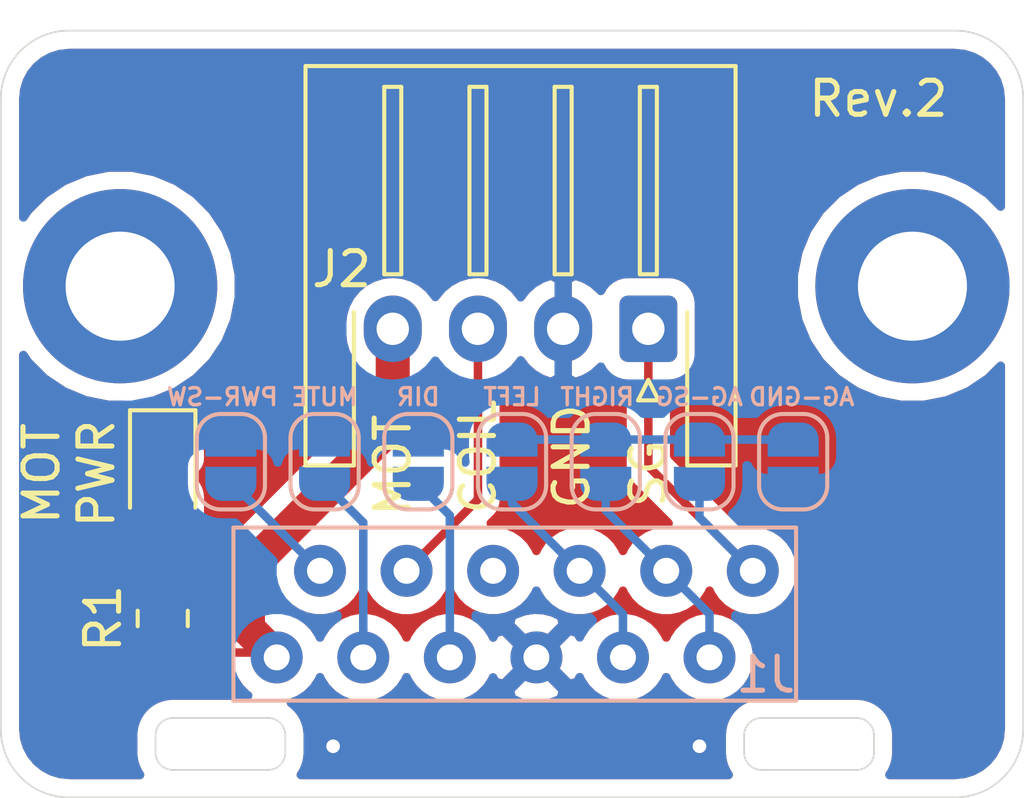
<source format=kicad_pcb>
(kicad_pcb (version 20171130) (host pcbnew 5.1.9+dfsg1-1)

  (general
    (thickness 1.6)
    (drawings 38)
    (tracks 30)
    (zones 0)
    (modules 13)
    (nets 13)
  )

  (page A4)
  (layers
    (0 F.Cu signal)
    (31 B.Cu signal)
    (32 B.Adhes user)
    (33 F.Adhes user)
    (34 B.Paste user)
    (35 F.Paste user)
    (36 B.SilkS user)
    (37 F.SilkS user)
    (38 B.Mask user)
    (39 F.Mask user)
    (40 Dwgs.User user)
    (41 Cmts.User user)
    (42 Eco1.User user)
    (43 Eco2.User user)
    (44 Edge.Cuts user)
    (45 Margin user)
    (46 B.CrtYd user)
    (47 F.CrtYd user)
    (48 B.Fab user)
    (49 F.Fab user)
  )

  (setup
    (last_trace_width 0.25)
    (user_trace_width 0.5)
    (user_trace_width 1)
    (trace_clearance 0.2)
    (zone_clearance 0.508)
    (zone_45_only no)
    (trace_min 0.2)
    (via_size 0.8)
    (via_drill 0.4)
    (via_min_size 0.4)
    (via_min_drill 0.3)
    (user_via 1.5 1.2)
    (uvia_size 0.3)
    (uvia_drill 0.1)
    (uvias_allowed no)
    (uvia_min_size 0.2)
    (uvia_min_drill 0.1)
    (edge_width 0.05)
    (segment_width 0.2)
    (pcb_text_width 0.3)
    (pcb_text_size 1.5 1.5)
    (mod_edge_width 0.12)
    (mod_text_size 1 1)
    (mod_text_width 0.15)
    (pad_size 1.524 1.524)
    (pad_drill 0.762)
    (pad_to_mask_clearance 0)
    (aux_axis_origin 0 0)
    (visible_elements FFFFFF7F)
    (pcbplotparams
      (layerselection 0x010fc_ffffffff)
      (usegerberextensions true)
      (usegerberattributes false)
      (usegerberadvancedattributes false)
      (creategerberjobfile false)
      (excludeedgelayer true)
      (linewidth 0.100000)
      (plotframeref false)
      (viasonmask false)
      (mode 1)
      (useauxorigin false)
      (hpglpennumber 1)
      (hpglpenspeed 20)
      (hpglpendiameter 15.000000)
      (psnegative false)
      (psa4output false)
      (plotreference true)
      (plotvalue false)
      (plotinvisibletext false)
      (padsonsilk false)
      (subtractmaskfromsilk true)
      (outputformat 1)
      (mirror false)
      (drillshape 0)
      (scaleselection 1)
      (outputdirectory "breakout-geber/"))
  )

  (net 0 "")
  (net 1 SG)
  (net 2 NR)
  (net 3 NL)
  (net 4 GND)
  (net 5 DIR)
  (net 6 MUTE)
  (net 7 MOTOR)
  (net 8 "Net-(D1-Pad2)")
  (net 9 EJECT)
  (net 10 COIL)
  (net 11 PWR-SW)
  (net 12 AG)

  (net_class Default "This is the default net class."
    (clearance 0.2)
    (trace_width 0.25)
    (via_dia 0.8)
    (via_drill 0.4)
    (uvia_dia 0.3)
    (uvia_drill 0.1)
    (add_net AG)
    (add_net COIL)
    (add_net DIR)
    (add_net EJECT)
    (add_net GND)
    (add_net MOTOR)
    (add_net MUTE)
    (add_net NL)
    (add_net NR)
    (add_net "Net-(D1-Pad2)")
    (add_net PWR-SW)
    (add_net SG)
  )

  (module MountingHole:MountingHole_3.2mm_M3_ISO7380_Pad (layer F.Cu) (tedit 56D1B4CB) (tstamp 6405F9E7)
    (at 88.75 77.5)
    (descr "Mounting Hole 3.2mm, M3, ISO7380")
    (tags "mounting hole 3.2mm m3 iso7380")
    (attr virtual)
    (fp_text reference REF** (at 0 -3.85) (layer F.SilkS) hide
      (effects (font (size 1 1) (thickness 0.15)))
    )
    (fp_text value MountingHole_3.2mm_M3_ISO7380_Pad (at 0 3.85) (layer F.Fab) hide
      (effects (font (size 1 1) (thickness 0.15)))
    )
    (fp_circle (center 0 0) (end 3.1 0) (layer F.CrtYd) (width 0.05))
    (fp_circle (center 0 0) (end 2.85 0) (layer Cmts.User) (width 0.15))
    (fp_text user %R (at 0.3 0) (layer F.Fab)
      (effects (font (size 1 1) (thickness 0.15)))
    )
    (pad 1 thru_hole circle (at 0 0) (size 5.7 5.7) (drill 3.2) (layers *.Cu *.Mask))
  )

  (module MountingHole:MountingHole_3.2mm_M3_ISO7380_Pad (layer F.Cu) (tedit 56D1B4CB) (tstamp 6405F9CA)
    (at 112 77.5)
    (descr "Mounting Hole 3.2mm, M3, ISO7380")
    (tags "mounting hole 3.2mm m3 iso7380")
    (attr virtual)
    (fp_text reference REF** (at 0 -3.85) (layer F.SilkS) hide
      (effects (font (size 1 1) (thickness 0.15)))
    )
    (fp_text value MountingHole_3.2mm_M3_ISO7380_Pad (at 0 3.85) (layer F.Fab) hide
      (effects (font (size 1 1) (thickness 0.15)))
    )
    (fp_circle (center 0 0) (end 3.1 0) (layer F.CrtYd) (width 0.05))
    (fp_circle (center 0 0) (end 2.85 0) (layer Cmts.User) (width 0.15))
    (fp_text user %R (at 0.3 0) (layer F.Fab)
      (effects (font (size 1 1) (thickness 0.15)))
    )
    (pad 1 thru_hole circle (at 0 0) (size 5.7 5.7) (drill 3.2) (layers *.Cu *.Mask))
  )

  (module custom-footprints:connector-12p-offset (layer B.Cu) (tedit 63687433) (tstamp 6368E676)
    (at 107.315 85.852 180)
    (path /63687CBF)
    (fp_text reference J1 (at -0.381 -3.048) (layer B.SilkS)
      (effects (font (size 1 1) (thickness 0.15)) (justify mirror))
    )
    (fp_text value TAPE (at 12.7 2.54) (layer B.Fab)
      (effects (font (size 1 1) (thickness 0.15)) (justify mirror))
    )
    (fp_line (start -1.27 1.27) (end 15.24 1.27) (layer B.SilkS) (width 0.12))
    (fp_line (start 15.24 1.27) (end 15.24 -3.81) (layer B.SilkS) (width 0.12))
    (fp_line (start 15.24 -3.81) (end -1.27 -3.81) (layer B.SilkS) (width 0.12))
    (fp_line (start -1.27 -3.81) (end -1.27 1.27) (layer B.SilkS) (width 0.12))
    (pad 1 thru_hole circle (at 0 0 180) (size 1.524 1.524) (drill 0.762) (layers *.Cu *.Mask)
      (net 1 SG))
    (pad 2 thru_hole circle (at 2.54 0 180) (size 1.524 1.524) (drill 0.762) (layers *.Cu *.Mask)
      (net 2 NR))
    (pad 3 thru_hole circle (at 5.08 0 180) (size 1.524 1.524) (drill 0.762) (layers *.Cu *.Mask)
      (net 3 NL))
    (pad 4 thru_hole circle (at 7.62 0 180) (size 1.524 1.524) (drill 0.762) (layers *.Cu *.Mask)
      (net 9 EJECT))
    (pad 5 thru_hole circle (at 10.16 0 180) (size 1.524 1.524) (drill 0.762) (layers *.Cu *.Mask)
      (net 10 COIL))
    (pad 6 thru_hole circle (at 12.7 0 180) (size 1.524 1.524) (drill 0.762) (layers *.Cu *.Mask)
      (net 11 PWR-SW))
    (pad 7 thru_hole circle (at 1.27 -2.54 180) (size 1.524 1.524) (drill 0.762) (layers *.Cu *.Mask)
      (net 2 NR))
    (pad 8 thru_hole circle (at 3.81 -2.54 180) (size 1.524 1.524) (drill 0.762) (layers *.Cu *.Mask)
      (net 3 NL))
    (pad 9 thru_hole circle (at 6.35 -2.54 180) (size 1.524 1.524) (drill 0.762) (layers *.Cu *.Mask)
      (net 4 GND))
    (pad 10 thru_hole circle (at 8.89 -2.54 180) (size 1.524 1.524) (drill 0.762) (layers *.Cu *.Mask)
      (net 5 DIR))
    (pad 11 thru_hole circle (at 11.43 -2.54 180) (size 1.524 1.524) (drill 0.762) (layers *.Cu *.Mask)
      (net 6 MUTE))
    (pad 12 thru_hole circle (at 13.97 -2.54 180) (size 1.524 1.524) (drill 0.762) (layers *.Cu *.Mask)
      (net 7 MOTOR))
  )

  (module Jumper:SolderJumper-2_P1.3mm_Open_RoundedPad1.0x1.5mm (layer B.Cu) (tedit 5B391E66) (tstamp 6368E777)
    (at 103 82.65 270)
    (descr "SMD Solder Jumper, 1x1.5mm, rounded Pads, 0.3mm gap, open")
    (tags "solder jumper open")
    (path /636DA13E)
    (attr virtual)
    (fp_text reference JP1 (at -3.048 0 90) (layer B.SilkS) hide
      (effects (font (size 1 1) (thickness 0.15)) (justify mirror))
    )
    (fp_text value Jumper (at 0 -1.9 90) (layer B.Fab)
      (effects (font (size 1 1) (thickness 0.15)) (justify mirror))
    )
    (fp_line (start -1.4 -0.3) (end -1.4 0.3) (layer B.SilkS) (width 0.12))
    (fp_line (start 0.7 -1) (end -0.7 -1) (layer B.SilkS) (width 0.12))
    (fp_line (start 1.4 0.3) (end 1.4 -0.3) (layer B.SilkS) (width 0.12))
    (fp_line (start -0.7 1) (end 0.7 1) (layer B.SilkS) (width 0.12))
    (fp_line (start -1.65 1.25) (end 1.65 1.25) (layer B.CrtYd) (width 0.05))
    (fp_line (start -1.65 1.25) (end -1.65 -1.25) (layer B.CrtYd) (width 0.05))
    (fp_line (start 1.65 -1.25) (end 1.65 1.25) (layer B.CrtYd) (width 0.05))
    (fp_line (start 1.65 -1.25) (end -1.65 -1.25) (layer B.CrtYd) (width 0.05))
    (fp_arc (start 0.7 0.3) (end 1.4 0.3) (angle 90) (layer B.SilkS) (width 0.12))
    (fp_arc (start 0.7 -0.3) (end 0.7 -1) (angle 90) (layer B.SilkS) (width 0.12))
    (fp_arc (start -0.7 -0.3) (end -1.4 -0.3) (angle 90) (layer B.SilkS) (width 0.12))
    (fp_arc (start -0.7 0.3) (end -0.7 1) (angle 90) (layer B.SilkS) (width 0.12))
    (pad 1 smd custom (at -0.65 0 270) (size 1 0.5) (layers B.Cu B.Mask)
      (net 12 AG) (zone_connect 2)
      (options (clearance outline) (anchor rect))
      (primitives
        (gr_circle (center 0 -0.25) (end 0.5 -0.25) (width 0))
        (gr_circle (center 0 0.25) (end 0.5 0.25) (width 0))
        (gr_poly (pts
           (xy 0 0.75) (xy 0.5 0.75) (xy 0.5 -0.75) (xy 0 -0.75)) (width 0))
      ))
    (pad 2 smd custom (at 0.65 0 270) (size 1 0.5) (layers B.Cu B.Mask)
      (net 2 NR) (zone_connect 2)
      (options (clearance outline) (anchor rect))
      (primitives
        (gr_circle (center 0 -0.25) (end 0.5 -0.25) (width 0))
        (gr_circle (center 0 0.25) (end 0.5 0.25) (width 0))
        (gr_poly (pts
           (xy 0 0.75) (xy -0.5 0.75) (xy -0.5 -0.75) (xy 0 -0.75)) (width 0))
      ))
  )

  (module Jumper:SolderJumper-2_P1.3mm_Open_RoundedPad1.0x1.5mm (layer B.Cu) (tedit 5B391E66) (tstamp 6368E789)
    (at 100.25 82.65 270)
    (descr "SMD Solder Jumper, 1x1.5mm, rounded Pads, 0.3mm gap, open")
    (tags "solder jumper open")
    (path /636DEF33)
    (attr virtual)
    (fp_text reference JP2 (at -3.033 0 90) (layer B.SilkS) hide
      (effects (font (size 1 1) (thickness 0.15)) (justify mirror))
    )
    (fp_text value Jumper (at 0 -1.9 90) (layer B.Fab)
      (effects (font (size 1 1) (thickness 0.15)) (justify mirror))
    )
    (fp_line (start 1.65 -1.25) (end -1.65 -1.25) (layer B.CrtYd) (width 0.05))
    (fp_line (start 1.65 -1.25) (end 1.65 1.25) (layer B.CrtYd) (width 0.05))
    (fp_line (start -1.65 1.25) (end -1.65 -1.25) (layer B.CrtYd) (width 0.05))
    (fp_line (start -1.65 1.25) (end 1.65 1.25) (layer B.CrtYd) (width 0.05))
    (fp_line (start -0.7 1) (end 0.7 1) (layer B.SilkS) (width 0.12))
    (fp_line (start 1.4 0.3) (end 1.4 -0.3) (layer B.SilkS) (width 0.12))
    (fp_line (start 0.7 -1) (end -0.7 -1) (layer B.SilkS) (width 0.12))
    (fp_line (start -1.4 -0.3) (end -1.4 0.3) (layer B.SilkS) (width 0.12))
    (fp_arc (start -0.7 0.3) (end -0.7 1) (angle 90) (layer B.SilkS) (width 0.12))
    (fp_arc (start -0.7 -0.3) (end -1.4 -0.3) (angle 90) (layer B.SilkS) (width 0.12))
    (fp_arc (start 0.7 -0.3) (end 0.7 -1) (angle 90) (layer B.SilkS) (width 0.12))
    (fp_arc (start 0.7 0.3) (end 1.4 0.3) (angle 90) (layer B.SilkS) (width 0.12))
    (pad 2 smd custom (at 0.65 0 270) (size 1 0.5) (layers B.Cu B.Mask)
      (net 3 NL) (zone_connect 2)
      (options (clearance outline) (anchor rect))
      (primitives
        (gr_circle (center 0 -0.25) (end 0.5 -0.25) (width 0))
        (gr_circle (center 0 0.25) (end 0.5 0.25) (width 0))
        (gr_poly (pts
           (xy 0 0.75) (xy -0.5 0.75) (xy -0.5 -0.75) (xy 0 -0.75)) (width 0))
      ))
    (pad 1 smd custom (at -0.65 0 270) (size 1 0.5) (layers B.Cu B.Mask)
      (net 12 AG) (zone_connect 2)
      (options (clearance outline) (anchor rect))
      (primitives
        (gr_circle (center 0 -0.25) (end 0.5 -0.25) (width 0))
        (gr_circle (center 0 0.25) (end 0.5 0.25) (width 0))
        (gr_poly (pts
           (xy 0 0.75) (xy 0.5 0.75) (xy 0.5 -0.75) (xy 0 -0.75)) (width 0))
      ))
  )

  (module Jumper:SolderJumper-2_P1.3mm_Open_RoundedPad1.0x1.5mm (layer B.Cu) (tedit 5B391E66) (tstamp 6368E79B)
    (at 92 82.65 270)
    (descr "SMD Solder Jumper, 1x1.5mm, rounded Pads, 0.3mm gap, open")
    (tags "solder jumper open")
    (path /636E4D2E)
    (attr virtual)
    (fp_text reference JP3 (at -3.033 -0.254 90) (layer B.SilkS) hide
      (effects (font (size 1 1) (thickness 0.15)) (justify mirror))
    )
    (fp_text value Jumper (at 0 -1.9 90) (layer B.Fab)
      (effects (font (size 1 1) (thickness 0.15)) (justify mirror))
    )
    (fp_line (start -1.4 -0.3) (end -1.4 0.3) (layer B.SilkS) (width 0.12))
    (fp_line (start 0.7 -1) (end -0.7 -1) (layer B.SilkS) (width 0.12))
    (fp_line (start 1.4 0.3) (end 1.4 -0.3) (layer B.SilkS) (width 0.12))
    (fp_line (start -0.7 1) (end 0.7 1) (layer B.SilkS) (width 0.12))
    (fp_line (start -1.65 1.25) (end 1.65 1.25) (layer B.CrtYd) (width 0.05))
    (fp_line (start -1.65 1.25) (end -1.65 -1.25) (layer B.CrtYd) (width 0.05))
    (fp_line (start 1.65 -1.25) (end 1.65 1.25) (layer B.CrtYd) (width 0.05))
    (fp_line (start 1.65 -1.25) (end -1.65 -1.25) (layer B.CrtYd) (width 0.05))
    (fp_arc (start 0.7 0.3) (end 1.4 0.3) (angle 90) (layer B.SilkS) (width 0.12))
    (fp_arc (start 0.7 -0.3) (end 0.7 -1) (angle 90) (layer B.SilkS) (width 0.12))
    (fp_arc (start -0.7 -0.3) (end -1.4 -0.3) (angle 90) (layer B.SilkS) (width 0.12))
    (fp_arc (start -0.7 0.3) (end -0.7 1) (angle 90) (layer B.SilkS) (width 0.12))
    (pad 1 smd custom (at -0.65 0 270) (size 1 0.5) (layers B.Cu B.Mask)
      (net 4 GND) (zone_connect 2)
      (options (clearance outline) (anchor rect))
      (primitives
        (gr_circle (center 0 -0.25) (end 0.5 -0.25) (width 0))
        (gr_circle (center 0 0.25) (end 0.5 0.25) (width 0))
        (gr_poly (pts
           (xy 0 0.75) (xy 0.5 0.75) (xy 0.5 -0.75) (xy 0 -0.75)) (width 0))
      ))
    (pad 2 smd custom (at 0.65 0 270) (size 1 0.5) (layers B.Cu B.Mask)
      (net 11 PWR-SW) (zone_connect 2)
      (options (clearance outline) (anchor rect))
      (primitives
        (gr_circle (center 0 -0.25) (end 0.5 -0.25) (width 0))
        (gr_circle (center 0 0.25) (end 0.5 0.25) (width 0))
        (gr_poly (pts
           (xy 0 0.75) (xy -0.5 0.75) (xy -0.5 -0.75) (xy 0 -0.75)) (width 0))
      ))
  )

  (module Jumper:SolderJumper-2_P1.3mm_Open_RoundedPad1.0x1.5mm (layer B.Cu) (tedit 5B391E66) (tstamp 6368E7AD)
    (at 97.5 82.65 270)
    (descr "SMD Solder Jumper, 1x1.5mm, rounded Pads, 0.3mm gap, open")
    (tags "solder jumper open")
    (path /636E5345)
    (attr virtual)
    (fp_text reference JP4 (at -3.033 0 90) (layer B.SilkS) hide
      (effects (font (size 1 1) (thickness 0.15)) (justify mirror))
    )
    (fp_text value Jumper (at 0 -1.9 90) (layer B.Fab)
      (effects (font (size 1 1) (thickness 0.15)) (justify mirror))
    )
    (fp_line (start 1.65 -1.25) (end -1.65 -1.25) (layer B.CrtYd) (width 0.05))
    (fp_line (start 1.65 -1.25) (end 1.65 1.25) (layer B.CrtYd) (width 0.05))
    (fp_line (start -1.65 1.25) (end -1.65 -1.25) (layer B.CrtYd) (width 0.05))
    (fp_line (start -1.65 1.25) (end 1.65 1.25) (layer B.CrtYd) (width 0.05))
    (fp_line (start -0.7 1) (end 0.7 1) (layer B.SilkS) (width 0.12))
    (fp_line (start 1.4 0.3) (end 1.4 -0.3) (layer B.SilkS) (width 0.12))
    (fp_line (start 0.7 -1) (end -0.7 -1) (layer B.SilkS) (width 0.12))
    (fp_line (start -1.4 -0.3) (end -1.4 0.3) (layer B.SilkS) (width 0.12))
    (fp_arc (start -0.7 0.3) (end -0.7 1) (angle 90) (layer B.SilkS) (width 0.12))
    (fp_arc (start -0.7 -0.3) (end -1.4 -0.3) (angle 90) (layer B.SilkS) (width 0.12))
    (fp_arc (start 0.7 -0.3) (end 0.7 -1) (angle 90) (layer B.SilkS) (width 0.12))
    (fp_arc (start 0.7 0.3) (end 1.4 0.3) (angle 90) (layer B.SilkS) (width 0.12))
    (pad 2 smd custom (at 0.65 0 270) (size 1 0.5) (layers B.Cu B.Mask)
      (net 5 DIR) (zone_connect 2)
      (options (clearance outline) (anchor rect))
      (primitives
        (gr_circle (center 0 -0.25) (end 0.5 -0.25) (width 0))
        (gr_circle (center 0 0.25) (end 0.5 0.25) (width 0))
        (gr_poly (pts
           (xy 0 0.75) (xy -0.5 0.75) (xy -0.5 -0.75) (xy 0 -0.75)) (width 0))
      ))
    (pad 1 smd custom (at -0.65 0 270) (size 1 0.5) (layers B.Cu B.Mask)
      (net 4 GND) (zone_connect 2)
      (options (clearance outline) (anchor rect))
      (primitives
        (gr_circle (center 0 -0.25) (end 0.5 -0.25) (width 0))
        (gr_circle (center 0 0.25) (end 0.5 0.25) (width 0))
        (gr_poly (pts
           (xy 0 0.75) (xy 0.5 0.75) (xy 0.5 -0.75) (xy 0 -0.75)) (width 0))
      ))
  )

  (module Jumper:SolderJumper-2_P1.3mm_Open_RoundedPad1.0x1.5mm (layer B.Cu) (tedit 5B391E66) (tstamp 6368E7BF)
    (at 94.75 82.65 90)
    (descr "SMD Solder Jumper, 1x1.5mm, rounded Pads, 0.3mm gap, open")
    (tags "solder jumper open")
    (path /636E58D0)
    (attr virtual)
    (fp_text reference JP5 (at 3.033 0 90) (layer B.SilkS) hide
      (effects (font (size 1 1) (thickness 0.15)) (justify mirror))
    )
    (fp_text value Jumper (at 0 -1.9 90) (layer B.Fab)
      (effects (font (size 1 1) (thickness 0.15)) (justify mirror))
    )
    (fp_line (start -1.4 -0.3) (end -1.4 0.3) (layer B.SilkS) (width 0.12))
    (fp_line (start 0.7 -1) (end -0.7 -1) (layer B.SilkS) (width 0.12))
    (fp_line (start 1.4 0.3) (end 1.4 -0.3) (layer B.SilkS) (width 0.12))
    (fp_line (start -0.7 1) (end 0.7 1) (layer B.SilkS) (width 0.12))
    (fp_line (start -1.65 1.25) (end 1.65 1.25) (layer B.CrtYd) (width 0.05))
    (fp_line (start -1.65 1.25) (end -1.65 -1.25) (layer B.CrtYd) (width 0.05))
    (fp_line (start 1.65 -1.25) (end 1.65 1.25) (layer B.CrtYd) (width 0.05))
    (fp_line (start 1.65 -1.25) (end -1.65 -1.25) (layer B.CrtYd) (width 0.05))
    (fp_arc (start 0.7 0.3) (end 1.4 0.3) (angle 90) (layer B.SilkS) (width 0.12))
    (fp_arc (start 0.7 -0.3) (end 0.7 -1) (angle 90) (layer B.SilkS) (width 0.12))
    (fp_arc (start -0.7 -0.3) (end -1.4 -0.3) (angle 90) (layer B.SilkS) (width 0.12))
    (fp_arc (start -0.7 0.3) (end -0.7 1) (angle 90) (layer B.SilkS) (width 0.12))
    (pad 1 smd custom (at -0.65 0 90) (size 1 0.5) (layers B.Cu B.Mask)
      (net 6 MUTE) (zone_connect 2)
      (options (clearance outline) (anchor rect))
      (primitives
        (gr_circle (center 0 -0.25) (end 0.5 -0.25) (width 0))
        (gr_circle (center 0 0.25) (end 0.5 0.25) (width 0))
        (gr_poly (pts
           (xy 0 0.75) (xy 0.5 0.75) (xy 0.5 -0.75) (xy 0 -0.75)) (width 0))
      ))
    (pad 2 smd custom (at 0.65 0 90) (size 1 0.5) (layers B.Cu B.Mask)
      (net 4 GND) (zone_connect 2)
      (options (clearance outline) (anchor rect))
      (primitives
        (gr_circle (center 0 -0.25) (end 0.5 -0.25) (width 0))
        (gr_circle (center 0 0.25) (end 0.5 0.25) (width 0))
        (gr_poly (pts
           (xy 0 0.75) (xy -0.5 0.75) (xy -0.5 -0.75) (xy 0 -0.75)) (width 0))
      ))
  )

  (module LED_SMD:LED_0805_2012Metric_Pad1.15x1.40mm_HandSolder (layer F.Cu) (tedit 5F68FEF1) (tstamp 6369633F)
    (at 90 83 270)
    (descr "LED SMD 0805 (2012 Metric), square (rectangular) end terminal, IPC_7351 nominal, (Body size source: https://docs.google.com/spreadsheets/d/1BsfQQcO9C6DZCsRaXUlFlo91Tg2WpOkGARC1WS5S8t0/edit?usp=sharing), generated with kicad-footprint-generator")
    (tags "LED handsolder")
    (path /637357B0)
    (attr smd)
    (fp_text reference D1 (at 3.547 -1.778 90) (layer F.SilkS) hide
      (effects (font (size 1 1) (thickness 0.15)))
    )
    (fp_text value LED (at 0 1.65 90) (layer F.Fab)
      (effects (font (size 1 1) (thickness 0.15)))
    )
    (fp_line (start 1.85 0.95) (end -1.85 0.95) (layer F.CrtYd) (width 0.05))
    (fp_line (start 1.85 -0.95) (end 1.85 0.95) (layer F.CrtYd) (width 0.05))
    (fp_line (start -1.85 -0.95) (end 1.85 -0.95) (layer F.CrtYd) (width 0.05))
    (fp_line (start -1.85 0.95) (end -1.85 -0.95) (layer F.CrtYd) (width 0.05))
    (fp_line (start -1.86 0.96) (end 1 0.96) (layer F.SilkS) (width 0.12))
    (fp_line (start -1.86 -0.96) (end -1.86 0.96) (layer F.SilkS) (width 0.12))
    (fp_line (start 1 -0.96) (end -1.86 -0.96) (layer F.SilkS) (width 0.12))
    (fp_line (start 1 0.6) (end 1 -0.6) (layer F.Fab) (width 0.1))
    (fp_line (start -1 0.6) (end 1 0.6) (layer F.Fab) (width 0.1))
    (fp_line (start -1 -0.3) (end -1 0.6) (layer F.Fab) (width 0.1))
    (fp_line (start -0.7 -0.6) (end -1 -0.3) (layer F.Fab) (width 0.1))
    (fp_line (start 1 -0.6) (end -0.7 -0.6) (layer F.Fab) (width 0.1))
    (fp_text user %R (at 0 0 90) (layer F.Fab)
      (effects (font (size 0.5 0.5) (thickness 0.08)))
    )
    (pad 2 smd roundrect (at 1.025 0 270) (size 1.15 1.4) (layers F.Cu F.Paste F.Mask) (roundrect_rratio 0.2173904347826087)
      (net 8 "Net-(D1-Pad2)"))
    (pad 1 smd roundrect (at -1.025 0 270) (size 1.15 1.4) (layers F.Cu F.Paste F.Mask) (roundrect_rratio 0.2173904347826087)
      (net 4 GND))
    (model ${KISYS3DMOD}/LED_SMD.3dshapes/LED_0805_2012Metric.wrl
      (at (xyz 0 0 0))
      (scale (xyz 1 1 1))
      (rotate (xyz 0 0 0))
    )
  )

  (module Resistor_SMD:R_0805_2012Metric_Pad1.20x1.40mm_HandSolder (layer F.Cu) (tedit 5F68FEEE) (tstamp 636963CA)
    (at 90 87.25 270)
    (descr "Resistor SMD 0805 (2012 Metric), square (rectangular) end terminal, IPC_7351 nominal with elongated pad for handsoldering. (Body size source: IPC-SM-782 page 72, https://www.pcb-3d.com/wordpress/wp-content/uploads/ipc-sm-782a_amendment_1_and_2.pdf), generated with kicad-footprint-generator")
    (tags "resistor handsolder")
    (path /6373466F)
    (attr smd)
    (fp_text reference R1 (at 0 1.75 90) (layer F.SilkS)
      (effects (font (size 1 1) (thickness 0.15)))
    )
    (fp_text value R_US (at 0 1.65 90) (layer F.Fab)
      (effects (font (size 1 1) (thickness 0.15)))
    )
    (fp_line (start 1.85 0.95) (end -1.85 0.95) (layer F.CrtYd) (width 0.05))
    (fp_line (start 1.85 -0.95) (end 1.85 0.95) (layer F.CrtYd) (width 0.05))
    (fp_line (start -1.85 -0.95) (end 1.85 -0.95) (layer F.CrtYd) (width 0.05))
    (fp_line (start -1.85 0.95) (end -1.85 -0.95) (layer F.CrtYd) (width 0.05))
    (fp_line (start -0.227064 0.735) (end 0.227064 0.735) (layer F.SilkS) (width 0.12))
    (fp_line (start -0.227064 -0.735) (end 0.227064 -0.735) (layer F.SilkS) (width 0.12))
    (fp_line (start 1 0.625) (end -1 0.625) (layer F.Fab) (width 0.1))
    (fp_line (start 1 -0.625) (end 1 0.625) (layer F.Fab) (width 0.1))
    (fp_line (start -1 -0.625) (end 1 -0.625) (layer F.Fab) (width 0.1))
    (fp_line (start -1 0.625) (end -1 -0.625) (layer F.Fab) (width 0.1))
    (fp_text user %R (at 0 0 90) (layer F.Fab)
      (effects (font (size 0.5 0.5) (thickness 0.08)))
    )
    (pad 2 smd roundrect (at 1 0 270) (size 1.2 1.4) (layers F.Cu F.Paste F.Mask) (roundrect_rratio 0.2083325)
      (net 7 MOTOR))
    (pad 1 smd roundrect (at -1 0 270) (size 1.2 1.4) (layers F.Cu F.Paste F.Mask) (roundrect_rratio 0.2083325)
      (net 8 "Net-(D1-Pad2)"))
    (model ${KISYS3DMOD}/Resistor_SMD.3dshapes/R_0805_2012Metric.wrl
      (at (xyz 0 0 0))
      (scale (xyz 1 1 1))
      (rotate (xyz 0 0 0))
    )
  )

  (module Jumper:SolderJumper-2_P1.3mm_Open_RoundedPad1.0x1.5mm (layer B.Cu) (tedit 5B391E66) (tstamp 64059FC6)
    (at 105.75 82.65 90)
    (descr "SMD Solder Jumper, 1x1.5mm, rounded Pads, 0.3mm gap, open")
    (tags "solder jumper open")
    (path /64086F49)
    (attr virtual)
    (fp_text reference JP6 (at 0 1.8 90) (layer B.SilkS) hide
      (effects (font (size 1 1) (thickness 0.15)) (justify mirror))
    )
    (fp_text value Jumper (at 0 -1.9 90) (layer B.Fab)
      (effects (font (size 1 1) (thickness 0.15)) (justify mirror))
    )
    (fp_line (start -1.4 -0.3) (end -1.4 0.3) (layer B.SilkS) (width 0.12))
    (fp_line (start 0.7 -1) (end -0.7 -1) (layer B.SilkS) (width 0.12))
    (fp_line (start 1.4 0.3) (end 1.4 -0.3) (layer B.SilkS) (width 0.12))
    (fp_line (start -0.7 1) (end 0.7 1) (layer B.SilkS) (width 0.12))
    (fp_line (start -1.65 1.25) (end 1.65 1.25) (layer B.CrtYd) (width 0.05))
    (fp_line (start -1.65 1.25) (end -1.65 -1.25) (layer B.CrtYd) (width 0.05))
    (fp_line (start 1.65 -1.25) (end 1.65 1.25) (layer B.CrtYd) (width 0.05))
    (fp_line (start 1.65 -1.25) (end -1.65 -1.25) (layer B.CrtYd) (width 0.05))
    (fp_arc (start 0.7 0.3) (end 1.4 0.3) (angle 90) (layer B.SilkS) (width 0.12))
    (fp_arc (start 0.7 -0.3) (end 0.7 -1) (angle 90) (layer B.SilkS) (width 0.12))
    (fp_arc (start -0.7 -0.3) (end -1.4 -0.3) (angle 90) (layer B.SilkS) (width 0.12))
    (fp_arc (start -0.7 0.3) (end -0.7 1) (angle 90) (layer B.SilkS) (width 0.12))
    (pad 1 smd custom (at -0.65 0 90) (size 1 0.5) (layers B.Cu B.Mask)
      (net 1 SG) (zone_connect 2)
      (options (clearance outline) (anchor rect))
      (primitives
        (gr_circle (center 0 -0.25) (end 0.5 -0.25) (width 0))
        (gr_circle (center 0 0.25) (end 0.5 0.25) (width 0))
        (gr_poly (pts
           (xy 0 0.75) (xy 0.5 0.75) (xy 0.5 -0.75) (xy 0 -0.75)) (width 0))
      ))
    (pad 2 smd custom (at 0.65 0 90) (size 1 0.5) (layers B.Cu B.Mask)
      (net 12 AG) (zone_connect 2)
      (options (clearance outline) (anchor rect))
      (primitives
        (gr_circle (center 0 -0.25) (end 0.5 -0.25) (width 0))
        (gr_circle (center 0 0.25) (end 0.5 0.25) (width 0))
        (gr_poly (pts
           (xy 0 0.75) (xy -0.5 0.75) (xy -0.5 -0.75) (xy 0 -0.75)) (width 0))
      ))
  )

  (module Connector_JST:JST_XH_S4B-XH-A-1_1x04_P2.50mm_Horizontal (layer F.Cu) (tedit 5C281476) (tstamp 64061163)
    (at 104.25 78.75 180)
    (descr "JST XH series connector, S4B-XH-A-1 (http://www.jst-mfg.com/product/pdf/eng/eXH.pdf), generated with kicad-footprint-generator")
    (tags "connector JST XH horizontal")
    (path /6409EDDF)
    (fp_text reference J2 (at 9 1.75) (layer F.SilkS)
      (effects (font (size 1 1) (thickness 0.15)))
    )
    (fp_text value Conn_01x04_Female (at 3.75 8.8) (layer F.Fab)
      (effects (font (size 1 1) (thickness 0.15)))
    )
    (fp_line (start -2.95 -4.4) (end -2.95 8.1) (layer F.CrtYd) (width 0.05))
    (fp_line (start -2.95 8.1) (end 10.45 8.1) (layer F.CrtYd) (width 0.05))
    (fp_line (start 10.45 8.1) (end 10.45 -4.4) (layer F.CrtYd) (width 0.05))
    (fp_line (start 10.45 -4.4) (end -2.95 -4.4) (layer F.CrtYd) (width 0.05))
    (fp_line (start 3.75 7.71) (end -2.56 7.71) (layer F.SilkS) (width 0.12))
    (fp_line (start -2.56 7.71) (end -2.56 -4.01) (layer F.SilkS) (width 0.12))
    (fp_line (start -2.56 -4.01) (end -1.14 -4.01) (layer F.SilkS) (width 0.12))
    (fp_line (start -1.14 -4.01) (end -1.14 0.49) (layer F.SilkS) (width 0.12))
    (fp_line (start 3.75 7.71) (end 10.06 7.71) (layer F.SilkS) (width 0.12))
    (fp_line (start 10.06 7.71) (end 10.06 -4.01) (layer F.SilkS) (width 0.12))
    (fp_line (start 10.06 -4.01) (end 8.64 -4.01) (layer F.SilkS) (width 0.12))
    (fp_line (start 8.64 -4.01) (end 8.64 0.49) (layer F.SilkS) (width 0.12))
    (fp_line (start 3.75 7.6) (end -2.45 7.6) (layer F.Fab) (width 0.1))
    (fp_line (start -2.45 7.6) (end -2.45 -3.9) (layer F.Fab) (width 0.1))
    (fp_line (start -2.45 -3.9) (end -1.25 -3.9) (layer F.Fab) (width 0.1))
    (fp_line (start -1.25 -3.9) (end -1.25 0.6) (layer F.Fab) (width 0.1))
    (fp_line (start -1.25 0.6) (end 3.75 0.6) (layer F.Fab) (width 0.1))
    (fp_line (start 3.75 7.6) (end 9.95 7.6) (layer F.Fab) (width 0.1))
    (fp_line (start 9.95 7.6) (end 9.95 -3.9) (layer F.Fab) (width 0.1))
    (fp_line (start 9.95 -3.9) (end 8.75 -3.9) (layer F.Fab) (width 0.1))
    (fp_line (start 8.75 -3.9) (end 8.75 0.6) (layer F.Fab) (width 0.1))
    (fp_line (start 8.75 0.6) (end 3.75 0.6) (layer F.Fab) (width 0.1))
    (fp_line (start -0.25 1.6) (end -0.25 7.1) (layer F.SilkS) (width 0.12))
    (fp_line (start -0.25 7.1) (end 0.25 7.1) (layer F.SilkS) (width 0.12))
    (fp_line (start 0.25 7.1) (end 0.25 1.6) (layer F.SilkS) (width 0.12))
    (fp_line (start 0.25 1.6) (end -0.25 1.6) (layer F.SilkS) (width 0.12))
    (fp_line (start 2.25 1.6) (end 2.25 7.1) (layer F.SilkS) (width 0.12))
    (fp_line (start 2.25 7.1) (end 2.75 7.1) (layer F.SilkS) (width 0.12))
    (fp_line (start 2.75 7.1) (end 2.75 1.6) (layer F.SilkS) (width 0.12))
    (fp_line (start 2.75 1.6) (end 2.25 1.6) (layer F.SilkS) (width 0.12))
    (fp_line (start 4.75 1.6) (end 4.75 7.1) (layer F.SilkS) (width 0.12))
    (fp_line (start 4.75 7.1) (end 5.25 7.1) (layer F.SilkS) (width 0.12))
    (fp_line (start 5.25 7.1) (end 5.25 1.6) (layer F.SilkS) (width 0.12))
    (fp_line (start 5.25 1.6) (end 4.75 1.6) (layer F.SilkS) (width 0.12))
    (fp_line (start 7.25 1.6) (end 7.25 7.1) (layer F.SilkS) (width 0.12))
    (fp_line (start 7.25 7.1) (end 7.75 7.1) (layer F.SilkS) (width 0.12))
    (fp_line (start 7.75 7.1) (end 7.75 1.6) (layer F.SilkS) (width 0.12))
    (fp_line (start 7.75 1.6) (end 7.25 1.6) (layer F.SilkS) (width 0.12))
    (fp_line (start 0 -1.5) (end -0.3 -2.1) (layer F.SilkS) (width 0.12))
    (fp_line (start -0.3 -2.1) (end 0.3 -2.1) (layer F.SilkS) (width 0.12))
    (fp_line (start 0.3 -2.1) (end 0 -1.5) (layer F.SilkS) (width 0.12))
    (fp_line (start -0.625 0.6) (end 0 -0.4) (layer F.Fab) (width 0.1))
    (fp_line (start 0 -0.4) (end 0.625 0.6) (layer F.Fab) (width 0.1))
    (fp_text user %R (at 3.75 1.85) (layer F.Fab)
      (effects (font (size 1 1) (thickness 0.15)))
    )
    (pad 1 thru_hole roundrect (at 0 0 180) (size 1.7 1.95) (drill 0.95) (layers *.Cu *.Mask) (roundrect_rratio 0.1470588235294118)
      (net 1 SG))
    (pad 2 thru_hole oval (at 2.5 0 180) (size 1.7 1.95) (drill 0.95) (layers *.Cu *.Mask)
      (net 4 GND))
    (pad 3 thru_hole oval (at 5 0 180) (size 1.7 1.95) (drill 0.95) (layers *.Cu *.Mask)
      (net 10 COIL))
    (pad 4 thru_hole oval (at 7.5 0 180) (size 1.7 1.95) (drill 0.95) (layers *.Cu *.Mask)
      (net 7 MOTOR))
    (model ${KISYS3DMOD}/Connector_JST.3dshapes/JST_XH_S4B-XH-A-1_1x04_P2.50mm_Horizontal.wrl
      (at (xyz 0 0 0))
      (scale (xyz 1 1 1))
      (rotate (xyz 0 0 0))
    )
  )

  (module Jumper:SolderJumper-2_P1.3mm_Open_RoundedPad1.0x1.5mm (layer B.Cu) (tedit 5B391E66) (tstamp 64087C6A)
    (at 108.5 82.65 90)
    (descr "SMD Solder Jumper, 1x1.5mm, rounded Pads, 0.3mm gap, open")
    (tags "solder jumper open")
    (path /64092183)
    (attr virtual)
    (fp_text reference JP7 (at 0 1.8 90) (layer B.SilkS) hide
      (effects (font (size 1 1) (thickness 0.15)) (justify mirror))
    )
    (fp_text value Jumper (at 0 -1.9 90) (layer B.Fab)
      (effects (font (size 1 1) (thickness 0.15)) (justify mirror))
    )
    (fp_line (start 1.65 -1.25) (end -1.65 -1.25) (layer B.CrtYd) (width 0.05))
    (fp_line (start 1.65 -1.25) (end 1.65 1.25) (layer B.CrtYd) (width 0.05))
    (fp_line (start -1.65 1.25) (end -1.65 -1.25) (layer B.CrtYd) (width 0.05))
    (fp_line (start -1.65 1.25) (end 1.65 1.25) (layer B.CrtYd) (width 0.05))
    (fp_line (start -0.7 1) (end 0.7 1) (layer B.SilkS) (width 0.12))
    (fp_line (start 1.4 0.3) (end 1.4 -0.3) (layer B.SilkS) (width 0.12))
    (fp_line (start 0.7 -1) (end -0.7 -1) (layer B.SilkS) (width 0.12))
    (fp_line (start -1.4 -0.3) (end -1.4 0.3) (layer B.SilkS) (width 0.12))
    (fp_arc (start 0.7 0.3) (end 1.4 0.3) (angle 90) (layer B.SilkS) (width 0.12))
    (fp_arc (start 0.7 -0.3) (end 0.7 -1) (angle 90) (layer B.SilkS) (width 0.12))
    (fp_arc (start -0.7 -0.3) (end -1.4 -0.3) (angle 90) (layer B.SilkS) (width 0.12))
    (fp_arc (start -0.7 0.3) (end -0.7 1) (angle 90) (layer B.SilkS) (width 0.12))
    (pad 1 smd custom (at -0.65 0 90) (size 1 0.5) (layers B.Cu B.Mask)
      (net 4 GND) (zone_connect 2)
      (options (clearance outline) (anchor rect))
      (primitives
        (gr_circle (center 0 -0.25) (end 0.5 -0.25) (width 0))
        (gr_circle (center 0 0.25) (end 0.5 0.25) (width 0))
        (gr_poly (pts
           (xy 0 0.75) (xy 0.5 0.75) (xy 0.5 -0.75) (xy 0 -0.75)) (width 0))
      ))
    (pad 2 smd custom (at 0.65 0 90) (size 1 0.5) (layers B.Cu B.Mask)
      (net 12 AG) (zone_connect 2)
      (options (clearance outline) (anchor rect))
      (primitives
        (gr_circle (center 0 -0.25) (end 0.5 -0.25) (width 0))
        (gr_circle (center 0 0.25) (end 0.5 0.25) (width 0))
        (gr_poly (pts
           (xy 0 0.75) (xy -0.5 0.75) (xy -0.5 -0.75) (xy 0 -0.75)) (width 0))
      ))
  )

  (gr_text AG-SG (at 105.75 80.75) (layer B.SilkS)
    (effects (font (size 0.5 0.5) (thickness 0.1)) (justify mirror))
  )
  (gr_text Rev.2 (at 111 72) (layer F.SilkS)
    (effects (font (size 1 1) (thickness 0.15)))
  )
  (gr_text "MOT\nPWR" (at 87.25 83 90) (layer F.SilkS)
    (effects (font (size 1 1) (thickness 0.15)))
  )
  (gr_text AG-GND (at 108.75 80.75) (layer B.SilkS)
    (effects (font (size 0.5 0.5) (thickness 0.1)) (justify mirror))
  )
  (gr_text RIGHT (at 102.75 80.75) (layer B.SilkS)
    (effects (font (size 0.5 0.5) (thickness 0.1)) (justify mirror))
  )
  (gr_text LEFT (at 100.25 80.75) (layer B.SilkS)
    (effects (font (size 0.5 0.5) (thickness 0.1)) (justify mirror))
  )
  (gr_text DIR (at 97.5 80.75) (layer B.SilkS)
    (effects (font (size 0.5 0.5) (thickness 0.1)) (justify mirror))
  )
  (gr_text MUTE (at 94.75 80.75) (layer B.SilkS)
    (effects (font (size 0.5 0.5) (thickness 0.1)) (justify mirror))
  )
  (gr_text PWR-SW (at 91.75 80.75) (layer B.SilkS)
    (effects (font (size 0.5 0.5) (thickness 0.1)) (justify mirror))
  )
  (gr_text COIL (at 99.25 82.5 90) (layer F.SilkS)
    (effects (font (size 1 1) (thickness 0.15)))
  )
  (gr_text SG (at 104.25 83 90) (layer F.SilkS)
    (effects (font (size 1 1) (thickness 0.15)))
  )
  (gr_text GND (at 102 82.5 90) (layer F.SilkS)
    (effects (font (size 1 1) (thickness 0.15)))
  )
  (gr_text MOT (at 96.75 82.75 90) (layer F.SilkS)
    (effects (font (size 1 1) (thickness 0.15)))
  )
  (gr_arc (start 113.25 72) (end 115.25 72) (angle -90) (layer Edge.Cuts) (width 0.05))
  (gr_arc (start 113.25 90.5) (end 113.25 92.5) (angle -90) (layer Edge.Cuts) (width 0.05))
  (gr_arc (start 87.25 90.5) (end 85.25 90.5) (angle -90) (layer Edge.Cuts) (width 0.05))
  (gr_arc (start 87.25 72) (end 87.25 70) (angle -90) (layer Edge.Cuts) (width 0.05))
  (gr_line (start 85.25 72) (end 85.25 90.5) (layer Edge.Cuts) (width 0.05))
  (gr_line (start 113.25 92.5) (end 87.25 92.5) (layer Edge.Cuts) (width 0.05))
  (gr_line (start 115.25 72) (end 115.25 90.5) (layer Edge.Cuts) (width 0.05))
  (gr_line (start 108.75 70) (end 113.25 70) (layer Edge.Cuts) (width 0.05))
  (gr_line (start 87.25 70) (end 108.75 70) (layer Edge.Cuts) (width 0.05))
  (gr_line (start 90.297 91.694) (end 93.091 91.694) (layer Edge.Cuts) (width 0.05) (tstamp 63696937))
  (gr_line (start 90.297 90.17) (end 93.091 90.17) (layer Edge.Cuts) (width 0.05) (tstamp 63696936))
  (gr_line (start 110.363 91.694) (end 107.569 91.694) (layer Edge.Cuts) (width 0.05) (tstamp 63696935))
  (gr_line (start 107.569 90.17) (end 110.363 90.17) (layer Edge.Cuts) (width 0.05) (tstamp 63696934))
  (gr_line (start 110.871 90.678) (end 110.871 91.186) (layer Edge.Cuts) (width 0.05) (tstamp 63696933))
  (gr_line (start 107.061 90.678) (end 107.061 91.186) (layer Edge.Cuts) (width 0.05) (tstamp 63696932))
  (gr_line (start 93.599 90.678) (end 93.599 91.186) (layer Edge.Cuts) (width 0.05) (tstamp 6369692A))
  (gr_line (start 89.789 90.678) (end 89.789 91.186) (layer Edge.Cuts) (width 0.05) (tstamp 63696929))
  (gr_arc (start 93.091 90.678) (end 93.599 90.678) (angle -90) (layer Edge.Cuts) (width 0.05))
  (gr_arc (start 93.091 91.186) (end 93.091 91.694) (angle -90) (layer Edge.Cuts) (width 0.05))
  (gr_arc (start 90.297 91.186) (end 89.789 91.186) (angle -90) (layer Edge.Cuts) (width 0.05))
  (gr_arc (start 90.297 90.678) (end 90.297 90.17) (angle -90) (layer Edge.Cuts) (width 0.05))
  (gr_arc (start 110.363 90.678) (end 110.871 90.678) (angle -90) (layer Edge.Cuts) (width 0.05))
  (gr_arc (start 110.363 91.186) (end 110.363 91.694) (angle -90) (layer Edge.Cuts) (width 0.05))
  (gr_arc (start 107.569 91.186) (end 107.061 91.186) (angle -90) (layer Edge.Cuts) (width 0.05))
  (gr_arc (start 107.569 90.678) (end 107.569 90.17) (angle -90) (layer Edge.Cuts) (width 0.05))

  (segment (start 104.25 82.787) (end 107.315 85.852) (width 0.25) (layer F.Cu) (net 1))
  (segment (start 104.25 78.75) (end 104.25 82.787) (width 0.25) (layer F.Cu) (net 1))
  (segment (start 105.75 84.287) (end 107.315 85.852) (width 0.25) (layer B.Cu) (net 1))
  (segment (start 105.75 83.3) (end 105.75 84.287) (width 0.25) (layer B.Cu) (net 1))
  (segment (start 106.045 87.122) (end 104.775 85.852) (width 0.25) (layer B.Cu) (net 2) (status 20))
  (segment (start 106.045 88.392) (end 106.045 87.122) (width 0.25) (layer B.Cu) (net 2) (status 10))
  (segment (start 103 84.077) (end 103 83.3) (width 0.25) (layer B.Cu) (net 2))
  (segment (start 104.775 85.852) (end 103 84.077) (width 0.25) (layer B.Cu) (net 2))
  (segment (start 103.505 87.122) (end 102.235 85.852) (width 0.25) (layer B.Cu) (net 3) (status 20))
  (segment (start 103.505 88.392) (end 103.505 87.122) (width 0.25) (layer B.Cu) (net 3) (status 10))
  (segment (start 100.25 83.867) (end 100.25 83.3) (width 0.25) (layer B.Cu) (net 3))
  (segment (start 102.235 85.852) (end 100.25 83.867) (width 0.25) (layer B.Cu) (net 3))
  (via (at 105.75 91) (size 0.8) (drill 0.4) (layers F.Cu B.Cu) (net 4))
  (via (at 95 91) (size 0.8) (drill 0.4) (layers F.Cu B.Cu) (net 4))
  (segment (start 98.425 84.225) (end 97.5 83.3) (width 0.25) (layer B.Cu) (net 5))
  (segment (start 98.425 88.392) (end 98.425 84.225) (width 0.25) (layer B.Cu) (net 5))
  (segment (start 95.885 84.435) (end 94.75 83.3) (width 0.25) (layer B.Cu) (net 6))
  (segment (start 95.885 88.392) (end 95.885 84.435) (width 0.25) (layer B.Cu) (net 6))
  (segment (start 93.345 88.392) (end 92.5 87.547) (width 1) (layer F.Cu) (net 7))
  (segment (start 96.75 81.553238) (end 96.75 78.75) (width 1) (layer F.Cu) (net 7))
  (segment (start 92.5 85.803238) (end 96.75 81.553238) (width 1) (layer F.Cu) (net 7))
  (segment (start 92.5 87.547) (end 92.5 85.803238) (width 1) (layer F.Cu) (net 7))
  (segment (start 93.203 88.25) (end 93.345 88.392) (width 0.25) (layer F.Cu) (net 7))
  (segment (start 90 88.25) (end 93.203 88.25) (width 0.25) (layer F.Cu) (net 7))
  (segment (start 90 86.25) (end 90 84.025) (width 0.25) (layer F.Cu) (net 8))
  (segment (start 99.25 83.757) (end 99.25 78.75) (width 0.25) (layer F.Cu) (net 10))
  (segment (start 97.155 85.852) (end 99.25 83.757) (width 0.25) (layer F.Cu) (net 10))
  (segment (start 92.063 83.3) (end 92 83.3) (width 0.25) (layer B.Cu) (net 11))
  (segment (start 94.615 85.852) (end 92.063 83.3) (width 0.25) (layer B.Cu) (net 11))
  (segment (start 100.25 82) (end 108.5 82) (width 0.25) (layer B.Cu) (net 12))

  (zone (net 4) (net_name GND) (layer F.Cu) (tstamp 64087C11) (hatch edge 0.508)
    (connect_pads (clearance 0.508))
    (min_thickness 0.254)
    (fill yes (arc_segments 32) (thermal_gap 0.508) (thermal_bridge_width 0.508))
    (polygon
      (pts
        (xy 115.25 92.5) (xy 85.25 92.5) (xy 85.25 70) (xy 115.25 70)
      )
    )
    (filled_polygon
      (pts
        (xy 113.509659 70.688625) (xy 113.759429 70.764035) (xy 113.989792 70.886522) (xy 114.19198 71.051422) (xy 114.358286 71.25245)
        (xy 114.482378 71.481954) (xy 114.559531 71.731195) (xy 114.59 72.021089) (xy 114.59 75.161466) (xy 114.221558 74.793024)
        (xy 113.650766 74.411633) (xy 113.016537 74.148927) (xy 112.343242 74.015) (xy 111.656758 74.015) (xy 110.983463 74.148927)
        (xy 110.349234 74.411633) (xy 109.778442 74.793024) (xy 109.293024 75.278442) (xy 108.911633 75.849234) (xy 108.648927 76.483463)
        (xy 108.515 77.156758) (xy 108.515 77.843242) (xy 108.648927 78.516537) (xy 108.911633 79.150766) (xy 109.293024 79.721558)
        (xy 109.778442 80.206976) (xy 110.349234 80.588367) (xy 110.983463 80.851073) (xy 111.656758 80.985) (xy 112.343242 80.985)
        (xy 113.016537 80.851073) (xy 113.650766 80.588367) (xy 114.221558 80.206976) (xy 114.59 79.838534) (xy 114.590001 90.467711)
        (xy 114.561375 90.75966) (xy 114.485965 91.009429) (xy 114.363477 91.239794) (xy 114.198579 91.441979) (xy 113.997546 91.608288)
        (xy 113.768046 91.732378) (xy 113.518805 91.809531) (xy 113.228911 91.84) (xy 111.326995 91.84) (xy 111.330681 91.834452)
        (xy 111.364488 91.785079) (xy 111.36887 91.776973) (xy 111.415415 91.689434) (xy 111.438197 91.634159) (xy 111.461775 91.579149)
        (xy 111.4645 91.570345) (xy 111.493156 91.475432) (xy 111.504773 91.416759) (xy 111.517212 91.358242) (xy 111.518175 91.349077)
        (xy 111.52785 91.250406) (xy 111.52785 91.250402) (xy 111.531 91.218419) (xy 111.531 90.645581) (xy 111.528251 90.617668)
        (xy 111.528272 90.614633) (xy 111.527372 90.605462) (xy 111.522238 90.556616) (xy 111.52145 90.548617) (xy 111.521369 90.54835)
        (xy 111.517008 90.50686) (xy 111.504984 90.448286) (xy 111.493771 90.389504) (xy 111.491107 90.380683) (xy 111.461789 90.285973)
        (xy 111.438636 90.230895) (xy 111.416202 90.175368) (xy 111.411875 90.167232) (xy 111.36472 90.08002) (xy 111.33127 90.030429)
        (xy 111.298514 89.980371) (xy 111.292689 89.97323) (xy 111.229493 89.896838) (xy 111.187058 89.854699) (xy 111.145195 89.811949)
        (xy 111.138094 89.806075) (xy 111.061263 89.743413) (xy 111.011467 89.710329) (xy 110.962079 89.676512) (xy 110.953973 89.67213)
        (xy 110.866434 89.625585) (xy 110.811159 89.602803) (xy 110.756149 89.579225) (xy 110.747346 89.5765) (xy 110.652432 89.547844)
        (xy 110.593752 89.536225) (xy 110.535242 89.523788) (xy 110.526077 89.522825) (xy 110.427406 89.51315) (xy 110.427402 89.51315)
        (xy 110.395419 89.51) (xy 107.536581 89.51) (xy 107.508668 89.512749) (xy 107.505633 89.512728) (xy 107.496462 89.513628)
        (xy 107.447616 89.518762) (xy 107.439617 89.51955) (xy 107.43935 89.519631) (xy 107.39786 89.523992) (xy 107.339286 89.536016)
        (xy 107.280504 89.547229) (xy 107.271683 89.549893) (xy 107.176973 89.579211) (xy 107.121895 89.602364) (xy 107.066368 89.624798)
        (xy 107.058232 89.629125) (xy 106.97102 89.67628) (xy 106.921429 89.70973) (xy 106.871371 89.742486) (xy 106.86423 89.748311)
        (xy 106.787838 89.811507) (xy 106.745709 89.853932) (xy 106.702949 89.895805) (xy 106.697075 89.902906) (xy 106.634413 89.979737)
        (xy 106.601329 90.029533) (xy 106.567512 90.078921) (xy 106.56313 90.087027) (xy 106.516585 90.174566) (xy 106.493813 90.229816)
        (xy 106.470225 90.284851) (xy 106.4675 90.293654) (xy 106.438844 90.388568) (xy 106.427225 90.447248) (xy 106.414788 90.505758)
        (xy 106.413825 90.514923) (xy 106.40415 90.613594) (xy 106.40415 90.613599) (xy 106.401 90.645582) (xy 106.401 91.218419)
        (xy 106.403749 91.246332) (xy 106.403728 91.249367) (xy 106.404628 91.258538) (xy 106.409762 91.307384) (xy 106.41055 91.315383)
        (xy 106.410631 91.31565) (xy 106.414992 91.35714) (xy 106.427016 91.415714) (xy 106.438229 91.474496) (xy 106.440893 91.483317)
        (xy 106.470211 91.578028) (xy 106.49337 91.633119) (xy 106.515798 91.688632) (xy 106.520125 91.696768) (xy 106.56728 91.78398)
        (xy 106.60073 91.833571) (xy 106.604936 91.84) (xy 94.054995 91.84) (xy 94.058681 91.834452) (xy 94.092488 91.785079)
        (xy 94.09687 91.776973) (xy 94.143415 91.689434) (xy 94.166197 91.634159) (xy 94.189775 91.579149) (xy 94.1925 91.570345)
        (xy 94.221156 91.475432) (xy 94.232773 91.416759) (xy 94.245212 91.358242) (xy 94.246175 91.349077) (xy 94.25585 91.250406)
        (xy 94.25585 91.250402) (xy 94.259 91.218419) (xy 94.259 90.645581) (xy 94.256251 90.617668) (xy 94.256272 90.614633)
        (xy 94.255372 90.605462) (xy 94.250238 90.556616) (xy 94.24945 90.548617) (xy 94.249369 90.54835) (xy 94.245008 90.50686)
        (xy 94.232984 90.448286) (xy 94.221771 90.389504) (xy 94.219107 90.380683) (xy 94.189789 90.285973) (xy 94.166636 90.230895)
        (xy 94.144202 90.175368) (xy 94.139875 90.167232) (xy 94.09272 90.08002) (xy 94.05927 90.030429) (xy 94.026514 89.980371)
        (xy 94.020689 89.97323) (xy 93.957493 89.896838) (xy 93.915058 89.854699) (xy 93.873195 89.811949) (xy 93.866094 89.806075)
        (xy 93.789263 89.743413) (xy 93.767632 89.729042) (xy 94.006727 89.630005) (xy 94.235535 89.47712) (xy 94.43012 89.282535)
        (xy 94.583005 89.053727) (xy 94.615 88.976485) (xy 94.646995 89.053727) (xy 94.79988 89.282535) (xy 94.994465 89.47712)
        (xy 95.223273 89.630005) (xy 95.47751 89.735314) (xy 95.747408 89.789) (xy 96.022592 89.789) (xy 96.29249 89.735314)
        (xy 96.546727 89.630005) (xy 96.775535 89.47712) (xy 96.97012 89.282535) (xy 97.123005 89.053727) (xy 97.155 88.976485)
        (xy 97.186995 89.053727) (xy 97.33988 89.282535) (xy 97.534465 89.47712) (xy 97.763273 89.630005) (xy 98.01751 89.735314)
        (xy 98.287408 89.789) (xy 98.562592 89.789) (xy 98.83249 89.735314) (xy 99.086727 89.630005) (xy 99.315535 89.47712)
        (xy 99.43509 89.357565) (xy 100.17904 89.357565) (xy 100.24602 89.597656) (xy 100.495048 89.714756) (xy 100.762135 89.781023)
        (xy 101.037017 89.79391) (xy 101.309133 89.752922) (xy 101.568023 89.659636) (xy 101.68398 89.597656) (xy 101.75096 89.357565)
        (xy 100.965 88.571605) (xy 100.17904 89.357565) (xy 99.43509 89.357565) (xy 99.51012 89.282535) (xy 99.663005 89.053727)
        (xy 99.692692 88.982057) (xy 99.697364 88.995023) (xy 99.759344 89.11098) (xy 99.999435 89.17796) (xy 100.785395 88.392)
        (xy 101.144605 88.392) (xy 101.930565 89.17796) (xy 102.170656 89.11098) (xy 102.234485 88.97524) (xy 102.266995 89.053727)
        (xy 102.41988 89.282535) (xy 102.614465 89.47712) (xy 102.843273 89.630005) (xy 103.09751 89.735314) (xy 103.367408 89.789)
        (xy 103.642592 89.789) (xy 103.91249 89.735314) (xy 104.166727 89.630005) (xy 104.395535 89.47712) (xy 104.59012 89.282535)
        (xy 104.743005 89.053727) (xy 104.775 88.976485) (xy 104.806995 89.053727) (xy 104.95988 89.282535) (xy 105.154465 89.47712)
        (xy 105.383273 89.630005) (xy 105.63751 89.735314) (xy 105.907408 89.789) (xy 106.182592 89.789) (xy 106.45249 89.735314)
        (xy 106.706727 89.630005) (xy 106.935535 89.47712) (xy 107.13012 89.282535) (xy 107.283005 89.053727) (xy 107.388314 88.79949)
        (xy 107.442 88.529592) (xy 107.442 88.254408) (xy 107.388314 87.98451) (xy 107.283005 87.730273) (xy 107.13012 87.501465)
        (xy 106.935535 87.30688) (xy 106.706727 87.153995) (xy 106.45249 87.048686) (xy 106.182592 86.995) (xy 105.907408 86.995)
        (xy 105.63751 87.048686) (xy 105.383273 87.153995) (xy 105.154465 87.30688) (xy 104.95988 87.501465) (xy 104.806995 87.730273)
        (xy 104.775 87.807515) (xy 104.743005 87.730273) (xy 104.59012 87.501465) (xy 104.395535 87.30688) (xy 104.166727 87.153995)
        (xy 103.91249 87.048686) (xy 103.642592 86.995) (xy 103.367408 86.995) (xy 103.09751 87.048686) (xy 102.843273 87.153995)
        (xy 102.614465 87.30688) (xy 102.41988 87.501465) (xy 102.266995 87.730273) (xy 102.237308 87.801943) (xy 102.232636 87.788977)
        (xy 102.170656 87.67302) (xy 101.930565 87.60604) (xy 101.144605 88.392) (xy 100.785395 88.392) (xy 99.999435 87.60604)
        (xy 99.759344 87.67302) (xy 99.695515 87.80876) (xy 99.663005 87.730273) (xy 99.51012 87.501465) (xy 99.43509 87.426435)
        (xy 100.17904 87.426435) (xy 100.965 88.212395) (xy 101.75096 87.426435) (xy 101.68398 87.186344) (xy 101.434952 87.069244)
        (xy 101.167865 87.002977) (xy 100.892983 86.99009) (xy 100.620867 87.031078) (xy 100.361977 87.124364) (xy 100.24602 87.186344)
        (xy 100.17904 87.426435) (xy 99.43509 87.426435) (xy 99.315535 87.30688) (xy 99.086727 87.153995) (xy 98.83249 87.048686)
        (xy 98.562592 86.995) (xy 98.287408 86.995) (xy 98.01751 87.048686) (xy 97.763273 87.153995) (xy 97.534465 87.30688)
        (xy 97.33988 87.501465) (xy 97.186995 87.730273) (xy 97.155 87.807515) (xy 97.123005 87.730273) (xy 96.97012 87.501465)
        (xy 96.775535 87.30688) (xy 96.546727 87.153995) (xy 96.29249 87.048686) (xy 96.022592 86.995) (xy 95.747408 86.995)
        (xy 95.47751 87.048686) (xy 95.223273 87.153995) (xy 94.994465 87.30688) (xy 94.79988 87.501465) (xy 94.646995 87.730273)
        (xy 94.615 87.807515) (xy 94.583005 87.730273) (xy 94.43012 87.501465) (xy 94.235535 87.30688) (xy 94.006727 87.153995)
        (xy 93.75249 87.048686) (xy 93.635 87.025316) (xy 93.635 86.847655) (xy 93.724465 86.93712) (xy 93.953273 87.090005)
        (xy 94.20751 87.195314) (xy 94.477408 87.249) (xy 94.752592 87.249) (xy 95.02249 87.195314) (xy 95.276727 87.090005)
        (xy 95.505535 86.93712) (xy 95.70012 86.742535) (xy 95.853005 86.513727) (xy 95.885 86.436485) (xy 95.916995 86.513727)
        (xy 96.06988 86.742535) (xy 96.264465 86.93712) (xy 96.493273 87.090005) (xy 96.74751 87.195314) (xy 97.017408 87.249)
        (xy 97.292592 87.249) (xy 97.56249 87.195314) (xy 97.816727 87.090005) (xy 98.045535 86.93712) (xy 98.24012 86.742535)
        (xy 98.393005 86.513727) (xy 98.425 86.436485) (xy 98.456995 86.513727) (xy 98.60988 86.742535) (xy 98.804465 86.93712)
        (xy 99.033273 87.090005) (xy 99.28751 87.195314) (xy 99.557408 87.249) (xy 99.832592 87.249) (xy 100.10249 87.195314)
        (xy 100.356727 87.090005) (xy 100.585535 86.93712) (xy 100.78012 86.742535) (xy 100.933005 86.513727) (xy 100.965 86.436485)
        (xy 100.996995 86.513727) (xy 101.14988 86.742535) (xy 101.344465 86.93712) (xy 101.573273 87.090005) (xy 101.82751 87.195314)
        (xy 102.097408 87.249) (xy 102.372592 87.249) (xy 102.64249 87.195314) (xy 102.896727 87.090005) (xy 103.125535 86.93712)
        (xy 103.32012 86.742535) (xy 103.473005 86.513727) (xy 103.505 86.436485) (xy 103.536995 86.513727) (xy 103.68988 86.742535)
        (xy 103.884465 86.93712) (xy 104.113273 87.090005) (xy 104.36751 87.195314) (xy 104.637408 87.249) (xy 104.912592 87.249)
        (xy 105.18249 87.195314) (xy 105.436727 87.090005) (xy 105.665535 86.93712) (xy 105.86012 86.742535) (xy 106.013005 86.513727)
        (xy 106.045 86.436485) (xy 106.076995 86.513727) (xy 106.22988 86.742535) (xy 106.424465 86.93712) (xy 106.653273 87.090005)
        (xy 106.90751 87.195314) (xy 107.177408 87.249) (xy 107.452592 87.249) (xy 107.72249 87.195314) (xy 107.976727 87.090005)
        (xy 108.205535 86.93712) (xy 108.40012 86.742535) (xy 108.553005 86.513727) (xy 108.658314 86.25949) (xy 108.712 85.989592)
        (xy 108.712 85.714408) (xy 108.658314 85.44451) (xy 108.553005 85.190273) (xy 108.40012 84.961465) (xy 108.205535 84.76688)
        (xy 107.976727 84.613995) (xy 107.72249 84.508686) (xy 107.452592 84.455) (xy 107.177408 84.455) (xy 107.02343 84.485628)
        (xy 105.01 82.472199) (xy 105.01 80.347313) (xy 105.023254 80.346008) (xy 105.18985 80.295472) (xy 105.343386 80.213405)
        (xy 105.477962 80.102962) (xy 105.588405 79.968386) (xy 105.670472 79.81485) (xy 105.721008 79.648254) (xy 105.738072 79.475)
        (xy 105.738072 78.025) (xy 105.721008 77.851746) (xy 105.670472 77.68515) (xy 105.588405 77.531614) (xy 105.477962 77.397038)
        (xy 105.343386 77.286595) (xy 105.18985 77.204528) (xy 105.023254 77.153992) (xy 104.85 77.136928) (xy 103.65 77.136928)
        (xy 103.476746 77.153992) (xy 103.31015 77.204528) (xy 103.156614 77.286595) (xy 103.022038 77.397038) (xy 102.911595 77.531614)
        (xy 102.855286 77.636961) (xy 102.839049 77.615571) (xy 102.621193 77.422504) (xy 102.369858 77.275648) (xy 102.10689 77.183524)
        (xy 101.877 77.304845) (xy 101.877 78.623) (xy 101.897 78.623) (xy 101.897 78.877) (xy 101.877 78.877)
        (xy 101.877 80.195155) (xy 102.10689 80.316476) (xy 102.369858 80.224352) (xy 102.621193 80.077496) (xy 102.839049 79.884429)
        (xy 102.855286 79.863039) (xy 102.911595 79.968386) (xy 103.022038 80.102962) (xy 103.156614 80.213405) (xy 103.31015 80.295472)
        (xy 103.476746 80.346008) (xy 103.49 80.347313) (xy 103.490001 82.749668) (xy 103.486324 82.787) (xy 103.500998 82.935985)
        (xy 103.544454 83.079246) (xy 103.615026 83.211276) (xy 103.656099 83.261323) (xy 103.71 83.327001) (xy 103.738998 83.350799)
        (xy 104.843199 84.455) (xy 104.637408 84.455) (xy 104.36751 84.508686) (xy 104.113273 84.613995) (xy 103.884465 84.76688)
        (xy 103.68988 84.961465) (xy 103.536995 85.190273) (xy 103.505 85.267515) (xy 103.473005 85.190273) (xy 103.32012 84.961465)
        (xy 103.125535 84.76688) (xy 102.896727 84.613995) (xy 102.64249 84.508686) (xy 102.372592 84.455) (xy 102.097408 84.455)
        (xy 101.82751 84.508686) (xy 101.573273 84.613995) (xy 101.344465 84.76688) (xy 101.14988 84.961465) (xy 100.996995 85.190273)
        (xy 100.965 85.267515) (xy 100.933005 85.190273) (xy 100.78012 84.961465) (xy 100.585535 84.76688) (xy 100.356727 84.613995)
        (xy 100.10249 84.508686) (xy 99.832592 84.455) (xy 99.626803 84.455) (xy 99.761009 84.320794) (xy 99.790001 84.297001)
        (xy 99.813795 84.268008) (xy 99.813799 84.268004) (xy 99.884973 84.181277) (xy 99.884974 84.181276) (xy 99.955546 84.049247)
        (xy 99.999003 83.905986) (xy 100.01 83.794333) (xy 100.01 83.794324) (xy 100.013676 83.757001) (xy 100.01 83.719678)
        (xy 100.01 80.152594) (xy 100.079013 80.115706) (xy 100.305134 79.930134) (xy 100.490706 79.704014) (xy 100.504462 79.678278)
        (xy 100.660951 79.884429) (xy 100.878807 80.077496) (xy 101.130142 80.224352) (xy 101.39311 80.316476) (xy 101.623 80.195155)
        (xy 101.623 78.877) (xy 101.603 78.877) (xy 101.603 78.623) (xy 101.623 78.623) (xy 101.623 77.304845)
        (xy 101.39311 77.183524) (xy 101.130142 77.275648) (xy 100.878807 77.422504) (xy 100.660951 77.615571) (xy 100.504462 77.821722)
        (xy 100.490706 77.795986) (xy 100.305134 77.569866) (xy 100.079014 77.384294) (xy 99.821034 77.246401) (xy 99.541111 77.161487)
        (xy 99.25 77.132815) (xy 98.95889 77.161487) (xy 98.678967 77.246401) (xy 98.420987 77.384294) (xy 98.194866 77.569866)
        (xy 98.009294 77.795986) (xy 98 77.813374) (xy 97.990706 77.795986) (xy 97.805134 77.569866) (xy 97.579014 77.384294)
        (xy 97.321034 77.246401) (xy 97.041111 77.161487) (xy 96.75 77.132815) (xy 96.45889 77.161487) (xy 96.178967 77.246401)
        (xy 95.920987 77.384294) (xy 95.694866 77.569866) (xy 95.509294 77.795986) (xy 95.371401 78.053966) (xy 95.286487 78.333889)
        (xy 95.265 78.55205) (xy 95.265 78.947949) (xy 95.286487 79.16611) (xy 95.371401 79.446033) (xy 95.509294 79.704013)
        (xy 95.615001 79.832817) (xy 95.615 81.083105) (xy 91.73686 84.961247) (xy 91.693552 84.996789) (xy 91.551717 85.169615)
        (xy 91.524247 85.221008) (xy 91.446324 85.366792) (xy 91.381423 85.58074) (xy 91.359509 85.803238) (xy 91.365 85.858989)
        (xy 91.365 87.49) (xy 91.232976 87.49) (xy 91.188405 87.406613) (xy 91.077962 87.272038) (xy 91.051109 87.25)
        (xy 91.077962 87.227962) (xy 91.188405 87.093387) (xy 91.270472 86.939851) (xy 91.321008 86.773255) (xy 91.338072 86.600001)
        (xy 91.338072 85.899999) (xy 91.321008 85.726745) (xy 91.270472 85.560149) (xy 91.188405 85.406613) (xy 91.077962 85.272038)
        (xy 90.943387 85.161595) (xy 90.874923 85.125) (xy 90.943387 85.088405) (xy 91.077962 84.977962) (xy 91.188405 84.843387)
        (xy 91.270472 84.689851) (xy 91.321008 84.523255) (xy 91.338072 84.350001) (xy 91.338072 83.699999) (xy 91.321008 83.526745)
        (xy 91.270472 83.360149) (xy 91.188405 83.206613) (xy 91.077962 83.072038) (xy 91.071406 83.066658) (xy 91.151185 83.001185)
        (xy 91.230537 82.904494) (xy 91.289502 82.79418) (xy 91.325812 82.674482) (xy 91.338072 82.55) (xy 91.335 82.26075)
        (xy 91.17625 82.102) (xy 90.127 82.102) (xy 90.127 82.122) (xy 89.873 82.122) (xy 89.873 82.102)
        (xy 88.82375 82.102) (xy 88.665 82.26075) (xy 88.661928 82.55) (xy 88.674188 82.674482) (xy 88.710498 82.79418)
        (xy 88.769463 82.904494) (xy 88.848815 83.001185) (xy 88.928594 83.066658) (xy 88.922038 83.072038) (xy 88.811595 83.206613)
        (xy 88.729528 83.360149) (xy 88.678992 83.526745) (xy 88.661928 83.699999) (xy 88.661928 84.350001) (xy 88.678992 84.523255)
        (xy 88.729528 84.689851) (xy 88.811595 84.843387) (xy 88.922038 84.977962) (xy 89.056613 85.088405) (xy 89.125077 85.125)
        (xy 89.056613 85.161595) (xy 88.922038 85.272038) (xy 88.811595 85.406613) (xy 88.729528 85.560149) (xy 88.678992 85.726745)
        (xy 88.661928 85.899999) (xy 88.661928 86.600001) (xy 88.678992 86.773255) (xy 88.729528 86.939851) (xy 88.811595 87.093387)
        (xy 88.922038 87.227962) (xy 88.948891 87.25) (xy 88.922038 87.272038) (xy 88.811595 87.406613) (xy 88.729528 87.560149)
        (xy 88.678992 87.726745) (xy 88.661928 87.899999) (xy 88.661928 88.600001) (xy 88.678992 88.773255) (xy 88.729528 88.939851)
        (xy 88.811595 89.093387) (xy 88.922038 89.227962) (xy 89.056613 89.338405) (xy 89.210149 89.420472) (xy 89.376745 89.471008)
        (xy 89.549999 89.488072) (xy 90.450001 89.488072) (xy 90.623255 89.471008) (xy 90.789851 89.420472) (xy 90.943387 89.338405)
        (xy 91.077962 89.227962) (xy 91.188405 89.093387) (xy 91.232976 89.01) (xy 92.088883 89.01) (xy 92.106995 89.053727)
        (xy 92.25988 89.282535) (xy 92.454465 89.47712) (xy 92.503673 89.51) (xy 90.264581 89.51) (xy 90.236668 89.512749)
        (xy 90.233633 89.512728) (xy 90.224462 89.513628) (xy 90.175616 89.518762) (xy 90.167617 89.51955) (xy 90.16735 89.519631)
        (xy 90.12586 89.523992) (xy 90.067286 89.536016) (xy 90.008504 89.547229) (xy 89.999683 89.549893) (xy 89.904973 89.579211)
        (xy 89.849895 89.602364) (xy 89.794368 89.624798) (xy 89.786232 89.629125) (xy 89.69902 89.67628) (xy 89.649429 89.70973)
        (xy 89.599371 89.742486) (xy 89.59223 89.748311) (xy 89.515838 89.811507) (xy 89.473709 89.853932) (xy 89.430949 89.895805)
        (xy 89.425075 89.902906) (xy 89.362413 89.979737) (xy 89.329329 90.029533) (xy 89.295512 90.078921) (xy 89.29113 90.087027)
        (xy 89.244585 90.174566) (xy 89.221813 90.229816) (xy 89.198225 90.284851) (xy 89.1955 90.293654) (xy 89.166844 90.388568)
        (xy 89.155225 90.447248) (xy 89.142788 90.505758) (xy 89.141825 90.514923) (xy 89.13215 90.613594) (xy 89.13215 90.613599)
        (xy 89.129 90.645582) (xy 89.129 91.218419) (xy 89.131749 91.246332) (xy 89.131728 91.249367) (xy 89.132628 91.258538)
        (xy 89.137762 91.307384) (xy 89.13855 91.315383) (xy 89.138631 91.31565) (xy 89.142992 91.35714) (xy 89.155016 91.415714)
        (xy 89.166229 91.474496) (xy 89.168893 91.483317) (xy 89.198211 91.578028) (xy 89.22137 91.633119) (xy 89.243798 91.688632)
        (xy 89.248125 91.696768) (xy 89.29528 91.78398) (xy 89.32873 91.833571) (xy 89.332936 91.84) (xy 87.282279 91.84)
        (xy 86.99034 91.811375) (xy 86.740571 91.735965) (xy 86.510206 91.613477) (xy 86.308021 91.448579) (xy 86.141712 91.247546)
        (xy 86.017622 91.018046) (xy 85.940469 90.768805) (xy 85.91 90.478911) (xy 85.91 79.522474) (xy 86.043024 79.721558)
        (xy 86.528442 80.206976) (xy 87.099234 80.588367) (xy 87.733463 80.851073) (xy 88.406758 80.985) (xy 88.819119 80.985)
        (xy 88.769463 81.045506) (xy 88.710498 81.15582) (xy 88.674188 81.275518) (xy 88.661928 81.4) (xy 88.665 81.68925)
        (xy 88.82375 81.848) (xy 89.873 81.848) (xy 89.873 80.92375) (xy 90.127 80.92375) (xy 90.127 81.848)
        (xy 91.17625 81.848) (xy 91.335 81.68925) (xy 91.338072 81.4) (xy 91.325812 81.275518) (xy 91.289502 81.15582)
        (xy 91.230537 81.045506) (xy 91.151185 80.948815) (xy 91.054494 80.869463) (xy 90.94418 80.810498) (xy 90.824482 80.774188)
        (xy 90.7 80.761928) (xy 90.28575 80.765) (xy 90.127 80.92375) (xy 89.873 80.92375) (xy 89.790427 80.841177)
        (xy 90.400766 80.588367) (xy 90.971558 80.206976) (xy 91.456976 79.721558) (xy 91.838367 79.150766) (xy 92.101073 78.516537)
        (xy 92.235 77.843242) (xy 92.235 77.156758) (xy 92.101073 76.483463) (xy 91.838367 75.849234) (xy 91.456976 75.278442)
        (xy 90.971558 74.793024) (xy 90.400766 74.411633) (xy 89.766537 74.148927) (xy 89.093242 74.015) (xy 88.406758 74.015)
        (xy 87.733463 74.148927) (xy 87.099234 74.411633) (xy 86.528442 74.793024) (xy 86.043024 75.278442) (xy 85.91 75.477526)
        (xy 85.91 72.032279) (xy 85.938625 71.740341) (xy 86.014035 71.490571) (xy 86.136522 71.260208) (xy 86.301422 71.05802)
        (xy 86.50245 70.891714) (xy 86.731954 70.767622) (xy 86.981195 70.690469) (xy 87.271088 70.66) (xy 113.217721 70.66)
      )
    )
  )
  (zone (net 4) (net_name GND) (layer B.Cu) (tstamp 64087C0E) (hatch edge 0.508)
    (connect_pads (clearance 0.508))
    (min_thickness 0.254)
    (fill yes (arc_segments 32) (thermal_gap 0.508) (thermal_bridge_width 0.508))
    (polygon
      (pts
        (xy 115.25 92.5) (xy 85.25 92.5) (xy 85.25 70) (xy 115.25 70)
      )
    )
    (filled_polygon
      (pts
        (xy 113.509659 70.688625) (xy 113.759429 70.764035) (xy 113.989792 70.886522) (xy 114.19198 71.051422) (xy 114.358286 71.25245)
        (xy 114.482378 71.481954) (xy 114.559531 71.731195) (xy 114.59 72.021089) (xy 114.59 75.161466) (xy 114.221558 74.793024)
        (xy 113.650766 74.411633) (xy 113.016537 74.148927) (xy 112.343242 74.015) (xy 111.656758 74.015) (xy 110.983463 74.148927)
        (xy 110.349234 74.411633) (xy 109.778442 74.793024) (xy 109.293024 75.278442) (xy 108.911633 75.849234) (xy 108.648927 76.483463)
        (xy 108.515 77.156758) (xy 108.515 77.843242) (xy 108.648927 78.516537) (xy 108.911633 79.150766) (xy 109.293024 79.721558)
        (xy 109.778442 80.206976) (xy 110.349234 80.588367) (xy 110.983463 80.851073) (xy 111.656758 80.985) (xy 112.343242 80.985)
        (xy 113.016537 80.851073) (xy 113.650766 80.588367) (xy 114.221558 80.206976) (xy 114.59 79.838534) (xy 114.590001 90.467711)
        (xy 114.561375 90.75966) (xy 114.485965 91.009429) (xy 114.363477 91.239794) (xy 114.198579 91.441979) (xy 113.997546 91.608288)
        (xy 113.768046 91.732378) (xy 113.518805 91.809531) (xy 113.228911 91.84) (xy 111.326995 91.84) (xy 111.330681 91.834452)
        (xy 111.364488 91.785079) (xy 111.36887 91.776973) (xy 111.415415 91.689434) (xy 111.438197 91.634159) (xy 111.461775 91.579149)
        (xy 111.4645 91.570345) (xy 111.493156 91.475432) (xy 111.504773 91.416759) (xy 111.517212 91.358242) (xy 111.518175 91.349077)
        (xy 111.52785 91.250406) (xy 111.52785 91.250402) (xy 111.531 91.218419) (xy 111.531 90.645581) (xy 111.528251 90.617668)
        (xy 111.528272 90.614633) (xy 111.527372 90.605462) (xy 111.522238 90.556616) (xy 111.52145 90.548617) (xy 111.521369 90.54835)
        (xy 111.517008 90.50686) (xy 111.504984 90.448286) (xy 111.493771 90.389504) (xy 111.491107 90.380683) (xy 111.461789 90.285973)
        (xy 111.438636 90.230895) (xy 111.416202 90.175368) (xy 111.411875 90.167232) (xy 111.36472 90.08002) (xy 111.33127 90.030429)
        (xy 111.298514 89.980371) (xy 111.292689 89.97323) (xy 111.229493 89.896838) (xy 111.187058 89.854699) (xy 111.145195 89.811949)
        (xy 111.138094 89.806075) (xy 111.061263 89.743413) (xy 111.011467 89.710329) (xy 110.962079 89.676512) (xy 110.953973 89.67213)
        (xy 110.866434 89.625585) (xy 110.811159 89.602803) (xy 110.756149 89.579225) (xy 110.747346 89.5765) (xy 110.652432 89.547844)
        (xy 110.593752 89.536225) (xy 110.535242 89.523788) (xy 110.526077 89.522825) (xy 110.427406 89.51315) (xy 110.427402 89.51315)
        (xy 110.395419 89.51) (xy 107.536581 89.51) (xy 107.508668 89.512749) (xy 107.505633 89.512728) (xy 107.496462 89.513628)
        (xy 107.447616 89.518762) (xy 107.439617 89.51955) (xy 107.43935 89.519631) (xy 107.39786 89.523992) (xy 107.339286 89.536016)
        (xy 107.280504 89.547229) (xy 107.271683 89.549893) (xy 107.176973 89.579211) (xy 107.121895 89.602364) (xy 107.066368 89.624798)
        (xy 107.058232 89.629125) (xy 106.97102 89.67628) (xy 106.921429 89.70973) (xy 106.871371 89.742486) (xy 106.86423 89.748311)
        (xy 106.787838 89.811507) (xy 106.745709 89.853932) (xy 106.702949 89.895805) (xy 106.697075 89.902906) (xy 106.634413 89.979737)
        (xy 106.601329 90.029533) (xy 106.567512 90.078921) (xy 106.56313 90.087027) (xy 106.516585 90.174566) (xy 106.493813 90.229816)
        (xy 106.470225 90.284851) (xy 106.4675 90.293654) (xy 106.438844 90.388568) (xy 106.427225 90.447248) (xy 106.414788 90.505758)
        (xy 106.413825 90.514923) (xy 106.40415 90.613594) (xy 106.40415 90.613599) (xy 106.401 90.645582) (xy 106.401 91.218419)
        (xy 106.403749 91.246332) (xy 106.403728 91.249367) (xy 106.404628 91.258538) (xy 106.409762 91.307384) (xy 106.41055 91.315383)
        (xy 106.410631 91.31565) (xy 106.414992 91.35714) (xy 106.427016 91.415714) (xy 106.438229 91.474496) (xy 106.440893 91.483317)
        (xy 106.470211 91.578028) (xy 106.49337 91.633119) (xy 106.515798 91.688632) (xy 106.520125 91.696768) (xy 106.56728 91.78398)
        (xy 106.60073 91.833571) (xy 106.604936 91.84) (xy 94.054995 91.84) (xy 94.058681 91.834452) (xy 94.092488 91.785079)
        (xy 94.09687 91.776973) (xy 94.143415 91.689434) (xy 94.166197 91.634159) (xy 94.189775 91.579149) (xy 94.1925 91.570345)
        (xy 94.221156 91.475432) (xy 94.232773 91.416759) (xy 94.245212 91.358242) (xy 94.246175 91.349077) (xy 94.25585 91.250406)
        (xy 94.25585 91.250402) (xy 94.259 91.218419) (xy 94.259 90.645581) (xy 94.256251 90.617668) (xy 94.256272 90.614633)
        (xy 94.255372 90.605462) (xy 94.250238 90.556616) (xy 94.24945 90.548617) (xy 94.249369 90.54835) (xy 94.245008 90.50686)
        (xy 94.232984 90.448286) (xy 94.221771 90.389504) (xy 94.219107 90.380683) (xy 94.189789 90.285973) (xy 94.166636 90.230895)
        (xy 94.144202 90.175368) (xy 94.139875 90.167232) (xy 94.09272 90.08002) (xy 94.05927 90.030429) (xy 94.026514 89.980371)
        (xy 94.020689 89.97323) (xy 93.957493 89.896838) (xy 93.915058 89.854699) (xy 93.873195 89.811949) (xy 93.866094 89.806075)
        (xy 93.789263 89.743413) (xy 93.767632 89.729042) (xy 94.006727 89.630005) (xy 94.235535 89.47712) (xy 94.43012 89.282535)
        (xy 94.583005 89.053727) (xy 94.615 88.976485) (xy 94.646995 89.053727) (xy 94.79988 89.282535) (xy 94.994465 89.47712)
        (xy 95.223273 89.630005) (xy 95.47751 89.735314) (xy 95.747408 89.789) (xy 96.022592 89.789) (xy 96.29249 89.735314)
        (xy 96.546727 89.630005) (xy 96.775535 89.47712) (xy 96.97012 89.282535) (xy 97.123005 89.053727) (xy 97.155 88.976485)
        (xy 97.186995 89.053727) (xy 97.33988 89.282535) (xy 97.534465 89.47712) (xy 97.763273 89.630005) (xy 98.01751 89.735314)
        (xy 98.287408 89.789) (xy 98.562592 89.789) (xy 98.83249 89.735314) (xy 99.086727 89.630005) (xy 99.315535 89.47712)
        (xy 99.43509 89.357565) (xy 100.17904 89.357565) (xy 100.24602 89.597656) (xy 100.495048 89.714756) (xy 100.762135 89.781023)
        (xy 101.037017 89.79391) (xy 101.309133 89.752922) (xy 101.568023 89.659636) (xy 101.68398 89.597656) (xy 101.75096 89.357565)
        (xy 100.965 88.571605) (xy 100.17904 89.357565) (xy 99.43509 89.357565) (xy 99.51012 89.282535) (xy 99.663005 89.053727)
        (xy 99.692692 88.982057) (xy 99.697364 88.995023) (xy 99.759344 89.11098) (xy 99.999435 89.17796) (xy 100.785395 88.392)
        (xy 99.999435 87.60604) (xy 99.759344 87.67302) (xy 99.695515 87.80876) (xy 99.663005 87.730273) (xy 99.51012 87.501465)
        (xy 99.43509 87.426435) (xy 100.17904 87.426435) (xy 100.965 88.212395) (xy 101.75096 87.426435) (xy 101.68398 87.186344)
        (xy 101.434952 87.069244) (xy 101.167865 87.002977) (xy 100.892983 86.99009) (xy 100.620867 87.031078) (xy 100.361977 87.124364)
        (xy 100.24602 87.186344) (xy 100.17904 87.426435) (xy 99.43509 87.426435) (xy 99.315535 87.30688) (xy 99.185 87.219659)
        (xy 99.185 87.152853) (xy 99.28751 87.195314) (xy 99.557408 87.249) (xy 99.832592 87.249) (xy 100.10249 87.195314)
        (xy 100.356727 87.090005) (xy 100.585535 86.93712) (xy 100.78012 86.742535) (xy 100.933005 86.513727) (xy 100.965 86.436485)
        (xy 100.996995 86.513727) (xy 101.14988 86.742535) (xy 101.344465 86.93712) (xy 101.573273 87.090005) (xy 101.82751 87.195314)
        (xy 102.097408 87.249) (xy 102.372592 87.249) (xy 102.52657 87.218372) (xy 102.614833 87.306634) (xy 102.614465 87.30688)
        (xy 102.41988 87.501465) (xy 102.266995 87.730273) (xy 102.237308 87.801943) (xy 102.232636 87.788977) (xy 102.170656 87.67302)
        (xy 101.930565 87.60604) (xy 101.144605 88.392) (xy 101.930565 89.17796) (xy 102.170656 89.11098) (xy 102.234485 88.97524)
        (xy 102.266995 89.053727) (xy 102.41988 89.282535) (xy 102.614465 89.47712) (xy 102.843273 89.630005) (xy 103.09751 89.735314)
        (xy 103.367408 89.789) (xy 103.642592 89.789) (xy 103.91249 89.735314) (xy 104.166727 89.630005) (xy 104.395535 89.47712)
        (xy 104.59012 89.282535) (xy 104.743005 89.053727) (xy 104.775 88.976485) (xy 104.806995 89.053727) (xy 104.95988 89.282535)
        (xy 105.154465 89.47712) (xy 105.383273 89.630005) (xy 105.63751 89.735314) (xy 105.907408 89.789) (xy 106.182592 89.789)
        (xy 106.45249 89.735314) (xy 106.706727 89.630005) (xy 106.935535 89.47712) (xy 107.13012 89.282535) (xy 107.283005 89.053727)
        (xy 107.388314 88.79949) (xy 107.442 88.529592) (xy 107.442 88.254408) (xy 107.388314 87.98451) (xy 107.283005 87.730273)
        (xy 107.13012 87.501465) (xy 106.935535 87.30688) (xy 106.805 87.219659) (xy 106.805 87.159322) (xy 106.805612 87.153106)
        (xy 106.90751 87.195314) (xy 107.177408 87.249) (xy 107.452592 87.249) (xy 107.72249 87.195314) (xy 107.976727 87.090005)
        (xy 108.205535 86.93712) (xy 108.40012 86.742535) (xy 108.553005 86.513727) (xy 108.658314 86.25949) (xy 108.712 85.989592)
        (xy 108.712 85.714408) (xy 108.658314 85.44451) (xy 108.553005 85.190273) (xy 108.40012 84.961465) (xy 108.205535 84.76688)
        (xy 107.976727 84.613995) (xy 107.72249 84.508686) (xy 107.452592 84.455) (xy 107.177408 84.455) (xy 107.02343 84.485628)
        (xy 106.717362 84.179561) (xy 106.768382 84.13769) (xy 106.83769 84.068382) (xy 106.917042 83.971691) (xy 106.971498 83.890192)
        (xy 107.030464 83.779875) (xy 107.067973 83.689319) (xy 107.104282 83.569623) (xy 107.123404 83.47349) (xy 107.135664 83.349009)
        (xy 107.135664 83.32445) (xy 107.138072 83.3) (xy 107.138072 82.8) (xy 107.134132 82.76) (xy 107.168954 82.76)
        (xy 107.219463 82.854494) (xy 107.298815 82.951185) (xy 107.395506 83.030537) (xy 107.50582 83.089502) (xy 107.625518 83.125812)
        (xy 107.75 83.138072) (xy 109.25 83.138072) (xy 109.374482 83.125812) (xy 109.49418 83.089502) (xy 109.604494 83.030537)
        (xy 109.701185 82.951185) (xy 109.780537 82.854494) (xy 109.839502 82.74418) (xy 109.875812 82.624482) (xy 109.888072 82.5)
        (xy 109.888072 82) (xy 109.885664 81.97555) (xy 109.885664 81.950991) (xy 109.873404 81.82651) (xy 109.854282 81.730377)
        (xy 109.817973 81.610681) (xy 109.780464 81.520125) (xy 109.721498 81.409808) (xy 109.667042 81.328309) (xy 109.58769 81.231618)
        (xy 109.518382 81.16231) (xy 109.421691 81.082958) (xy 109.340192 81.028502) (xy 109.229875 80.969536) (xy 109.139319 80.932027)
        (xy 109.019623 80.895718) (xy 108.92349 80.876596) (xy 108.799009 80.864336) (xy 108.77445 80.864336) (xy 108.75 80.861928)
        (xy 108.25 80.861928) (xy 108.22555 80.864336) (xy 108.200991 80.864336) (xy 108.07651 80.876596) (xy 107.980377 80.895718)
        (xy 107.860681 80.932027) (xy 107.770125 80.969536) (xy 107.659808 81.028502) (xy 107.578309 81.082958) (xy 107.481618 81.16231)
        (xy 107.41231 81.231618) (xy 107.405431 81.24) (xy 106.844569 81.24) (xy 106.83769 81.231618) (xy 106.768382 81.16231)
        (xy 106.671691 81.082958) (xy 106.590192 81.028502) (xy 106.479875 80.969536) (xy 106.389319 80.932027) (xy 106.269623 80.895718)
        (xy 106.17349 80.876596) (xy 106.049009 80.864336) (xy 106.02445 80.864336) (xy 106 80.861928) (xy 105.5 80.861928)
        (xy 105.47555 80.864336) (xy 105.450991 80.864336) (xy 105.32651 80.876596) (xy 105.230377 80.895718) (xy 105.110681 80.932027)
        (xy 105.020125 80.969536) (xy 104.909808 81.028502) (xy 104.828309 81.082958) (xy 104.731618 81.16231) (xy 104.66231 81.231618)
        (xy 104.655431 81.24) (xy 104.094569 81.24) (xy 104.08769 81.231618) (xy 104.018382 81.16231) (xy 103.921691 81.082958)
        (xy 103.840192 81.028502) (xy 103.729875 80.969536) (xy 103.639319 80.932027) (xy 103.519623 80.895718) (xy 103.42349 80.876596)
        (xy 103.299009 80.864336) (xy 103.27445 80.864336) (xy 103.25 80.861928) (xy 102.75 80.861928) (xy 102.72555 80.864336)
        (xy 102.700991 80.864336) (xy 102.57651 80.876596) (xy 102.480377 80.895718) (xy 102.360681 80.932027) (xy 102.270125 80.969536)
        (xy 102.159808 81.028502) (xy 102.078309 81.082958) (xy 101.981618 81.16231) (xy 101.91231 81.231618) (xy 101.905431 81.24)
        (xy 101.344569 81.24) (xy 101.33769 81.231618) (xy 101.268382 81.16231) (xy 101.171691 81.082958) (xy 101.090192 81.028502)
        (xy 100.979875 80.969536) (xy 100.889319 80.932027) (xy 100.769623 80.895718) (xy 100.67349 80.876596) (xy 100.549009 80.864336)
        (xy 100.52445 80.864336) (xy 100.5 80.861928) (xy 100 80.861928) (xy 99.97555 80.864336) (xy 99.950991 80.864336)
        (xy 99.82651 80.876596) (xy 99.730377 80.895718) (xy 99.610681 80.932027) (xy 99.520125 80.969536) (xy 99.409808 81.028502)
        (xy 99.328309 81.082958) (xy 99.231618 81.16231) (xy 99.16231 81.231618) (xy 99.082958 81.328309) (xy 99.028502 81.409808)
        (xy 98.969536 81.520125) (xy 98.932027 81.610681) (xy 98.895718 81.730377) (xy 98.876596 81.82651) (xy 98.864336 81.950991)
        (xy 98.864336 81.97555) (xy 98.861928 82) (xy 98.861928 82.5) (xy 98.874188 82.624482) (xy 98.881929 82.65)
        (xy 98.875 82.672841) (xy 98.839502 82.55582) (xy 98.780537 82.445506) (xy 98.701185 82.348815) (xy 98.604494 82.269463)
        (xy 98.49418 82.210498) (xy 98.374482 82.174188) (xy 98.25 82.161928) (xy 96.75 82.161928) (xy 96.625518 82.174188)
        (xy 96.50582 82.210498) (xy 96.395506 82.269463) (xy 96.298815 82.348815) (xy 96.219463 82.445506) (xy 96.160498 82.55582)
        (xy 96.125 82.672841) (xy 96.089502 82.55582) (xy 96.030537 82.445506) (xy 95.951185 82.348815) (xy 95.854494 82.269463)
        (xy 95.74418 82.210498) (xy 95.624482 82.174188) (xy 95.5 82.161928) (xy 94 82.161928) (xy 93.875518 82.174188)
        (xy 93.75582 82.210498) (xy 93.645506 82.269463) (xy 93.548815 82.348815) (xy 93.469463 82.445506) (xy 93.410498 82.55582)
        (xy 93.375 82.672841) (xy 93.339502 82.55582) (xy 93.280537 82.445506) (xy 93.201185 82.348815) (xy 93.104494 82.269463)
        (xy 92.99418 82.210498) (xy 92.874482 82.174188) (xy 92.75 82.161928) (xy 91.25 82.161928) (xy 91.125518 82.174188)
        (xy 91.00582 82.210498) (xy 90.895506 82.269463) (xy 90.798815 82.348815) (xy 90.719463 82.445506) (xy 90.660498 82.55582)
        (xy 90.624188 82.675518) (xy 90.611928 82.8) (xy 90.611928 83.3) (xy 90.614336 83.32445) (xy 90.614336 83.349009)
        (xy 90.626596 83.47349) (xy 90.645718 83.569623) (xy 90.682027 83.689319) (xy 90.719536 83.779875) (xy 90.778502 83.890192)
        (xy 90.832958 83.971691) (xy 90.91231 84.068382) (xy 90.981618 84.13769) (xy 91.078309 84.217042) (xy 91.159808 84.271498)
        (xy 91.270125 84.330464) (xy 91.360681 84.367973) (xy 91.480377 84.404282) (xy 91.57651 84.423404) (xy 91.700991 84.435664)
        (xy 91.72555 84.435664) (xy 91.75 84.438072) (xy 92.126271 84.438072) (xy 93.248628 85.56043) (xy 93.218 85.714408)
        (xy 93.218 85.989592) (xy 93.271686 86.25949) (xy 93.376995 86.513727) (xy 93.52988 86.742535) (xy 93.724465 86.93712)
        (xy 93.953273 87.090005) (xy 94.20751 87.195314) (xy 94.477408 87.249) (xy 94.752592 87.249) (xy 95.02249 87.195314)
        (xy 95.125 87.152853) (xy 95.125 87.219659) (xy 94.994465 87.30688) (xy 94.79988 87.501465) (xy 94.646995 87.730273)
        (xy 94.615 87.807515) (xy 94.583005 87.730273) (xy 94.43012 87.501465) (xy 94.235535 87.30688) (xy 94.006727 87.153995)
        (xy 93.75249 87.048686) (xy 93.482592 86.995) (xy 93.207408 86.995) (xy 92.93751 87.048686) (xy 92.683273 87.153995)
        (xy 92.454465 87.30688) (xy 92.25988 87.501465) (xy 92.106995 87.730273) (xy 92.001686 87.98451) (xy 91.948 88.254408)
        (xy 91.948 88.529592) (xy 92.001686 88.79949) (xy 92.106995 89.053727) (xy 92.25988 89.282535) (xy 92.454465 89.47712)
        (xy 92.503673 89.51) (xy 90.264581 89.51) (xy 90.236668 89.512749) (xy 90.233633 89.512728) (xy 90.224462 89.513628)
        (xy 90.175616 89.518762) (xy 90.167617 89.51955) (xy 90.16735 89.519631) (xy 90.12586 89.523992) (xy 90.067286 89.536016)
        (xy 90.008504 89.547229) (xy 89.999683 89.549893) (xy 89.904973 89.579211) (xy 89.849895 89.602364) (xy 89.794368 89.624798)
        (xy 89.786232 89.629125) (xy 89.69902 89.67628) (xy 89.649429 89.70973) (xy 89.599371 89.742486) (xy 89.59223 89.748311)
        (xy 89.515838 89.811507) (xy 89.473709 89.853932) (xy 89.430949 89.895805) (xy 89.425075 89.902906) (xy 89.362413 89.979737)
        (xy 89.329329 90.029533) (xy 89.295512 90.078921) (xy 89.29113 90.087027) (xy 89.244585 90.174566) (xy 89.221813 90.229816)
        (xy 89.198225 90.284851) (xy 89.1955 90.293654) (xy 89.166844 90.388568) (xy 89.155225 90.447248) (xy 89.142788 90.505758)
        (xy 89.141825 90.514923) (xy 89.13215 90.613594) (xy 89.13215 90.613599) (xy 89.129 90.645582) (xy 89.129 91.218419)
        (xy 89.131749 91.246332) (xy 89.131728 91.249367) (xy 89.132628 91.258538) (xy 89.137762 91.307384) (xy 89.13855 91.315383)
        (xy 89.138631 91.31565) (xy 89.142992 91.35714) (xy 89.155016 91.415714) (xy 89.166229 91.474496) (xy 89.168893 91.483317)
        (xy 89.198211 91.578028) (xy 89.22137 91.633119) (xy 89.243798 91.688632) (xy 89.248125 91.696768) (xy 89.29528 91.78398)
        (xy 89.32873 91.833571) (xy 89.332936 91.84) (xy 87.282279 91.84) (xy 86.99034 91.811375) (xy 86.740571 91.735965)
        (xy 86.510206 91.613477) (xy 86.308021 91.448579) (xy 86.141712 91.247546) (xy 86.017622 91.018046) (xy 85.940469 90.768805)
        (xy 85.91 90.478911) (xy 85.91 79.522474) (xy 86.043024 79.721558) (xy 86.528442 80.206976) (xy 87.099234 80.588367)
        (xy 87.733463 80.851073) (xy 88.406758 80.985) (xy 89.093242 80.985) (xy 89.766537 80.851073) (xy 90.400766 80.588367)
        (xy 90.971558 80.206976) (xy 91.456976 79.721558) (xy 91.838367 79.150766) (xy 92.086363 78.55205) (xy 95.265 78.55205)
        (xy 95.265 78.947949) (xy 95.286487 79.16611) (xy 95.371401 79.446033) (xy 95.509294 79.704013) (xy 95.694866 79.930134)
        (xy 95.920986 80.115706) (xy 96.178966 80.253599) (xy 96.458889 80.338513) (xy 96.75 80.367185) (xy 97.04111 80.338513)
        (xy 97.321033 80.253599) (xy 97.579013 80.115706) (xy 97.805134 79.930134) (xy 97.990706 79.704014) (xy 98 79.686626)
        (xy 98.009294 79.704013) (xy 98.194866 79.930134) (xy 98.420986 80.115706) (xy 98.678966 80.253599) (xy 98.958889 80.338513)
        (xy 99.25 80.367185) (xy 99.54111 80.338513) (xy 99.821033 80.253599) (xy 100.079013 80.115706) (xy 100.305134 79.930134)
        (xy 100.490706 79.704014) (xy 100.504462 79.678278) (xy 100.660951 79.884429) (xy 100.878807 80.077496) (xy 101.130142 80.224352)
        (xy 101.39311 80.316476) (xy 101.623 80.195155) (xy 101.623 78.877) (xy 101.603 78.877) (xy 101.603 78.623)
        (xy 101.623 78.623) (xy 101.623 77.304845) (xy 101.877 77.304845) (xy 101.877 78.623) (xy 101.897 78.623)
        (xy 101.897 78.877) (xy 101.877 78.877) (xy 101.877 80.195155) (xy 102.10689 80.316476) (xy 102.369858 80.224352)
        (xy 102.621193 80.077496) (xy 102.839049 79.884429) (xy 102.855286 79.863039) (xy 102.911595 79.968386) (xy 103.022038 80.102962)
        (xy 103.156614 80.213405) (xy 103.31015 80.295472) (xy 103.476746 80.346008) (xy 103.65 80.363072) (xy 104.85 80.363072)
        (xy 105.023254 80.346008) (xy 105.18985 80.295472) (xy 105.343386 80.213405) (xy 105.477962 80.102962) (xy 105.588405 79.968386)
        (xy 105.670472 79.81485) (xy 105.721008 79.648254) (xy 105.738072 79.475) (xy 105.738072 78.025) (xy 105.721008 77.851746)
        (xy 105.670472 77.68515) (xy 105.588405 77.531614) (xy 105.477962 77.397038) (xy 105.343386 77.286595) (xy 105.18985 77.204528)
        (xy 105.023254 77.153992) (xy 104.85 77.136928) (xy 103.65 77.136928) (xy 103.476746 77.153992) (xy 103.31015 77.204528)
        (xy 103.156614 77.286595) (xy 103.022038 77.397038) (xy 102.911595 77.531614) (xy 102.855286 77.636961) (xy 102.839049 77.615571)
        (xy 102.621193 77.422504) (xy 102.369858 77.275648) (xy 102.10689 77.183524) (xy 101.877 77.304845) (xy 101.623 77.304845)
        (xy 101.39311 77.183524) (xy 101.130142 77.275648) (xy 100.878807 77.422504) (xy 100.660951 77.615571) (xy 100.504462 77.821722)
        (xy 100.490706 77.795986) (xy 100.305134 77.569866) (xy 100.079014 77.384294) (xy 99.821034 77.246401) (xy 99.541111 77.161487)
        (xy 99.25 77.132815) (xy 98.95889 77.161487) (xy 98.678967 77.246401) (xy 98.420987 77.384294) (xy 98.194866 77.569866)
        (xy 98.009294 77.795986) (xy 98 77.813374) (xy 97.990706 77.795986) (xy 97.805134 77.569866) (xy 97.579014 77.384294)
        (xy 97.321034 77.246401) (xy 97.041111 77.161487) (xy 96.75 77.132815) (xy 96.45889 77.161487) (xy 96.178967 77.246401)
        (xy 95.920987 77.384294) (xy 95.694866 77.569866) (xy 95.509294 77.795986) (xy 95.371401 78.053966) (xy 95.286487 78.333889)
        (xy 95.265 78.55205) (xy 92.086363 78.55205) (xy 92.101073 78.516537) (xy 92.235 77.843242) (xy 92.235 77.156758)
        (xy 92.101073 76.483463) (xy 91.838367 75.849234) (xy 91.456976 75.278442) (xy 90.971558 74.793024) (xy 90.400766 74.411633)
        (xy 89.766537 74.148927) (xy 89.093242 74.015) (xy 88.406758 74.015) (xy 87.733463 74.148927) (xy 87.099234 74.411633)
        (xy 86.528442 74.793024) (xy 86.043024 75.278442) (xy 85.91 75.477526) (xy 85.91 72.032279) (xy 85.938625 71.740341)
        (xy 86.014035 71.490571) (xy 86.136522 71.260208) (xy 86.301422 71.05802) (xy 86.50245 70.891714) (xy 86.731954 70.767622)
        (xy 86.981195 70.690469) (xy 87.271088 70.66) (xy 113.217721 70.66)
      )
    )
  )
)

</source>
